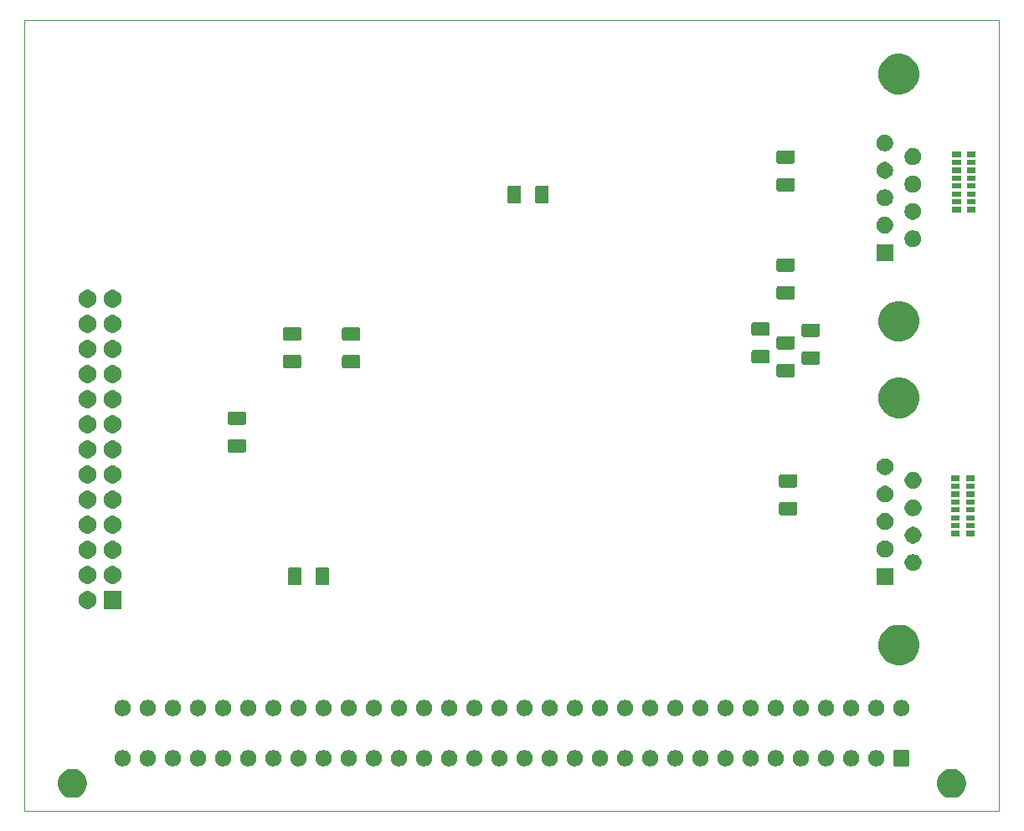
<source format=gbr>
G04 #@! TF.GenerationSoftware,KiCad,Pcbnew,5.1.5+dfsg1-2build2*
G04 #@! TF.CreationDate,2021-07-30T22:42:47+01:00*
G04 #@! TF.ProjectId,Printer+Sticks,5072696e-7465-4722-9b53-7469636b732e,rev?*
G04 #@! TF.SameCoordinates,Original*
G04 #@! TF.FileFunction,Soldermask,Bot*
G04 #@! TF.FilePolarity,Negative*
%FSLAX46Y46*%
G04 Gerber Fmt 4.6, Leading zero omitted, Abs format (unit mm)*
G04 Created by KiCad (PCBNEW 5.1.5+dfsg1-2build2) date 2021-07-30 22:42:47*
%MOMM*%
%LPD*%
G04 APERTURE LIST*
%ADD10C,0.050000*%
%ADD11C,0.100000*%
G04 APERTURE END LIST*
D10*
X155448000Y-109982000D02*
X155448000Y-189992000D01*
X56896000Y-109982000D02*
X155448000Y-109982000D01*
X56896000Y-189992000D02*
X56896000Y-109982000D01*
X155448000Y-189992000D02*
X56896000Y-189992000D01*
D11*
G36*
X151052532Y-185778721D02*
G01*
X151321147Y-185889985D01*
X151562895Y-186051516D01*
X151768484Y-186257105D01*
X151930015Y-186498853D01*
X152041279Y-186767468D01*
X152098000Y-187052625D01*
X152098000Y-187343375D01*
X152041279Y-187628532D01*
X151930015Y-187897147D01*
X151768484Y-188138895D01*
X151562895Y-188344484D01*
X151321147Y-188506015D01*
X151052532Y-188617279D01*
X150767375Y-188674000D01*
X150476625Y-188674000D01*
X150191468Y-188617279D01*
X149922853Y-188506015D01*
X149681105Y-188344484D01*
X149475516Y-188138895D01*
X149313985Y-187897147D01*
X149202721Y-187628532D01*
X149146000Y-187343375D01*
X149146000Y-187052625D01*
X149202721Y-186767468D01*
X149313985Y-186498853D01*
X149475516Y-186257105D01*
X149681105Y-186051516D01*
X149922853Y-185889985D01*
X150191468Y-185778721D01*
X150476625Y-185722000D01*
X150767375Y-185722000D01*
X151052532Y-185778721D01*
G37*
G36*
X62152532Y-185778721D02*
G01*
X62421147Y-185889985D01*
X62662895Y-186051516D01*
X62868484Y-186257105D01*
X63030015Y-186498853D01*
X63141279Y-186767468D01*
X63198000Y-187052625D01*
X63198000Y-187343375D01*
X63141279Y-187628532D01*
X63030015Y-187897147D01*
X62868484Y-188138895D01*
X62662895Y-188344484D01*
X62421147Y-188506015D01*
X62152532Y-188617279D01*
X61867375Y-188674000D01*
X61576625Y-188674000D01*
X61291468Y-188617279D01*
X61022853Y-188506015D01*
X60781105Y-188344484D01*
X60575516Y-188138895D01*
X60413985Y-187897147D01*
X60302721Y-187628532D01*
X60246000Y-187343375D01*
X60246000Y-187052625D01*
X60302721Y-186767468D01*
X60413985Y-186498853D01*
X60575516Y-186257105D01*
X60781105Y-186051516D01*
X61022853Y-185889985D01*
X61291468Y-185778721D01*
X61576625Y-185722000D01*
X61867375Y-185722000D01*
X62152532Y-185778721D01*
G37*
G36*
X79742935Y-183863742D02*
G01*
X79893258Y-183926008D01*
X80028545Y-184016404D01*
X80143596Y-184131455D01*
X80233992Y-184266742D01*
X80296258Y-184417065D01*
X80328000Y-184576646D01*
X80328000Y-184739354D01*
X80296258Y-184898935D01*
X80233992Y-185049258D01*
X80143596Y-185184545D01*
X80028545Y-185299596D01*
X79893258Y-185389992D01*
X79742935Y-185452258D01*
X79583354Y-185484000D01*
X79420646Y-185484000D01*
X79261065Y-185452258D01*
X79110742Y-185389992D01*
X78975455Y-185299596D01*
X78860404Y-185184545D01*
X78770008Y-185049258D01*
X78707742Y-184898935D01*
X78676000Y-184739354D01*
X78676000Y-184576646D01*
X78707742Y-184417065D01*
X78770008Y-184266742D01*
X78860404Y-184131455D01*
X78975455Y-184016404D01*
X79110742Y-183926008D01*
X79261065Y-183863742D01*
X79420646Y-183832000D01*
X79583354Y-183832000D01*
X79742935Y-183863742D01*
G37*
G36*
X100062935Y-183863742D02*
G01*
X100213258Y-183926008D01*
X100348545Y-184016404D01*
X100463596Y-184131455D01*
X100553992Y-184266742D01*
X100616258Y-184417065D01*
X100648000Y-184576646D01*
X100648000Y-184739354D01*
X100616258Y-184898935D01*
X100553992Y-185049258D01*
X100463596Y-185184545D01*
X100348545Y-185299596D01*
X100213258Y-185389992D01*
X100062935Y-185452258D01*
X99903354Y-185484000D01*
X99740646Y-185484000D01*
X99581065Y-185452258D01*
X99430742Y-185389992D01*
X99295455Y-185299596D01*
X99180404Y-185184545D01*
X99090008Y-185049258D01*
X99027742Y-184898935D01*
X98996000Y-184739354D01*
X98996000Y-184576646D01*
X99027742Y-184417065D01*
X99090008Y-184266742D01*
X99180404Y-184131455D01*
X99295455Y-184016404D01*
X99430742Y-183926008D01*
X99581065Y-183863742D01*
X99740646Y-183832000D01*
X99903354Y-183832000D01*
X100062935Y-183863742D01*
G37*
G36*
X97522935Y-183863742D02*
G01*
X97673258Y-183926008D01*
X97808545Y-184016404D01*
X97923596Y-184131455D01*
X98013992Y-184266742D01*
X98076258Y-184417065D01*
X98108000Y-184576646D01*
X98108000Y-184739354D01*
X98076258Y-184898935D01*
X98013992Y-185049258D01*
X97923596Y-185184545D01*
X97808545Y-185299596D01*
X97673258Y-185389992D01*
X97522935Y-185452258D01*
X97363354Y-185484000D01*
X97200646Y-185484000D01*
X97041065Y-185452258D01*
X96890742Y-185389992D01*
X96755455Y-185299596D01*
X96640404Y-185184545D01*
X96550008Y-185049258D01*
X96487742Y-184898935D01*
X96456000Y-184739354D01*
X96456000Y-184576646D01*
X96487742Y-184417065D01*
X96550008Y-184266742D01*
X96640404Y-184131455D01*
X96755455Y-184016404D01*
X96890742Y-183926008D01*
X97041065Y-183863742D01*
X97200646Y-183832000D01*
X97363354Y-183832000D01*
X97522935Y-183863742D01*
G37*
G36*
X94982935Y-183863742D02*
G01*
X95133258Y-183926008D01*
X95268545Y-184016404D01*
X95383596Y-184131455D01*
X95473992Y-184266742D01*
X95536258Y-184417065D01*
X95568000Y-184576646D01*
X95568000Y-184739354D01*
X95536258Y-184898935D01*
X95473992Y-185049258D01*
X95383596Y-185184545D01*
X95268545Y-185299596D01*
X95133258Y-185389992D01*
X94982935Y-185452258D01*
X94823354Y-185484000D01*
X94660646Y-185484000D01*
X94501065Y-185452258D01*
X94350742Y-185389992D01*
X94215455Y-185299596D01*
X94100404Y-185184545D01*
X94010008Y-185049258D01*
X93947742Y-184898935D01*
X93916000Y-184739354D01*
X93916000Y-184576646D01*
X93947742Y-184417065D01*
X94010008Y-184266742D01*
X94100404Y-184131455D01*
X94215455Y-184016404D01*
X94350742Y-183926008D01*
X94501065Y-183863742D01*
X94660646Y-183832000D01*
X94823354Y-183832000D01*
X94982935Y-183863742D01*
G37*
G36*
X92442935Y-183863742D02*
G01*
X92593258Y-183926008D01*
X92728545Y-184016404D01*
X92843596Y-184131455D01*
X92933992Y-184266742D01*
X92996258Y-184417065D01*
X93028000Y-184576646D01*
X93028000Y-184739354D01*
X92996258Y-184898935D01*
X92933992Y-185049258D01*
X92843596Y-185184545D01*
X92728545Y-185299596D01*
X92593258Y-185389992D01*
X92442935Y-185452258D01*
X92283354Y-185484000D01*
X92120646Y-185484000D01*
X91961065Y-185452258D01*
X91810742Y-185389992D01*
X91675455Y-185299596D01*
X91560404Y-185184545D01*
X91470008Y-185049258D01*
X91407742Y-184898935D01*
X91376000Y-184739354D01*
X91376000Y-184576646D01*
X91407742Y-184417065D01*
X91470008Y-184266742D01*
X91560404Y-184131455D01*
X91675455Y-184016404D01*
X91810742Y-183926008D01*
X91961065Y-183863742D01*
X92120646Y-183832000D01*
X92283354Y-183832000D01*
X92442935Y-183863742D01*
G37*
G36*
X89902935Y-183863742D02*
G01*
X90053258Y-183926008D01*
X90188545Y-184016404D01*
X90303596Y-184131455D01*
X90393992Y-184266742D01*
X90456258Y-184417065D01*
X90488000Y-184576646D01*
X90488000Y-184739354D01*
X90456258Y-184898935D01*
X90393992Y-185049258D01*
X90303596Y-185184545D01*
X90188545Y-185299596D01*
X90053258Y-185389992D01*
X89902935Y-185452258D01*
X89743354Y-185484000D01*
X89580646Y-185484000D01*
X89421065Y-185452258D01*
X89270742Y-185389992D01*
X89135455Y-185299596D01*
X89020404Y-185184545D01*
X88930008Y-185049258D01*
X88867742Y-184898935D01*
X88836000Y-184739354D01*
X88836000Y-184576646D01*
X88867742Y-184417065D01*
X88930008Y-184266742D01*
X89020404Y-184131455D01*
X89135455Y-184016404D01*
X89270742Y-183926008D01*
X89421065Y-183863742D01*
X89580646Y-183832000D01*
X89743354Y-183832000D01*
X89902935Y-183863742D01*
G37*
G36*
X87362935Y-183863742D02*
G01*
X87513258Y-183926008D01*
X87648545Y-184016404D01*
X87763596Y-184131455D01*
X87853992Y-184266742D01*
X87916258Y-184417065D01*
X87948000Y-184576646D01*
X87948000Y-184739354D01*
X87916258Y-184898935D01*
X87853992Y-185049258D01*
X87763596Y-185184545D01*
X87648545Y-185299596D01*
X87513258Y-185389992D01*
X87362935Y-185452258D01*
X87203354Y-185484000D01*
X87040646Y-185484000D01*
X86881065Y-185452258D01*
X86730742Y-185389992D01*
X86595455Y-185299596D01*
X86480404Y-185184545D01*
X86390008Y-185049258D01*
X86327742Y-184898935D01*
X86296000Y-184739354D01*
X86296000Y-184576646D01*
X86327742Y-184417065D01*
X86390008Y-184266742D01*
X86480404Y-184131455D01*
X86595455Y-184016404D01*
X86730742Y-183926008D01*
X86881065Y-183863742D01*
X87040646Y-183832000D01*
X87203354Y-183832000D01*
X87362935Y-183863742D01*
G37*
G36*
X84822935Y-183863742D02*
G01*
X84973258Y-183926008D01*
X85108545Y-184016404D01*
X85223596Y-184131455D01*
X85313992Y-184266742D01*
X85376258Y-184417065D01*
X85408000Y-184576646D01*
X85408000Y-184739354D01*
X85376258Y-184898935D01*
X85313992Y-185049258D01*
X85223596Y-185184545D01*
X85108545Y-185299596D01*
X84973258Y-185389992D01*
X84822935Y-185452258D01*
X84663354Y-185484000D01*
X84500646Y-185484000D01*
X84341065Y-185452258D01*
X84190742Y-185389992D01*
X84055455Y-185299596D01*
X83940404Y-185184545D01*
X83850008Y-185049258D01*
X83787742Y-184898935D01*
X83756000Y-184739354D01*
X83756000Y-184576646D01*
X83787742Y-184417065D01*
X83850008Y-184266742D01*
X83940404Y-184131455D01*
X84055455Y-184016404D01*
X84190742Y-183926008D01*
X84341065Y-183863742D01*
X84500646Y-183832000D01*
X84663354Y-183832000D01*
X84822935Y-183863742D01*
G37*
G36*
X82282935Y-183863742D02*
G01*
X82433258Y-183926008D01*
X82568545Y-184016404D01*
X82683596Y-184131455D01*
X82773992Y-184266742D01*
X82836258Y-184417065D01*
X82868000Y-184576646D01*
X82868000Y-184739354D01*
X82836258Y-184898935D01*
X82773992Y-185049258D01*
X82683596Y-185184545D01*
X82568545Y-185299596D01*
X82433258Y-185389992D01*
X82282935Y-185452258D01*
X82123354Y-185484000D01*
X81960646Y-185484000D01*
X81801065Y-185452258D01*
X81650742Y-185389992D01*
X81515455Y-185299596D01*
X81400404Y-185184545D01*
X81310008Y-185049258D01*
X81247742Y-184898935D01*
X81216000Y-184739354D01*
X81216000Y-184576646D01*
X81247742Y-184417065D01*
X81310008Y-184266742D01*
X81400404Y-184131455D01*
X81515455Y-184016404D01*
X81650742Y-183926008D01*
X81801065Y-183863742D01*
X81960646Y-183832000D01*
X82123354Y-183832000D01*
X82282935Y-183863742D01*
G37*
G36*
X143242935Y-183863742D02*
G01*
X143393258Y-183926008D01*
X143528545Y-184016404D01*
X143643596Y-184131455D01*
X143733992Y-184266742D01*
X143796258Y-184417065D01*
X143828000Y-184576646D01*
X143828000Y-184739354D01*
X143796258Y-184898935D01*
X143733992Y-185049258D01*
X143643596Y-185184545D01*
X143528545Y-185299596D01*
X143393258Y-185389992D01*
X143242935Y-185452258D01*
X143083354Y-185484000D01*
X142920646Y-185484000D01*
X142761065Y-185452258D01*
X142610742Y-185389992D01*
X142475455Y-185299596D01*
X142360404Y-185184545D01*
X142270008Y-185049258D01*
X142207742Y-184898935D01*
X142176000Y-184739354D01*
X142176000Y-184576646D01*
X142207742Y-184417065D01*
X142270008Y-184266742D01*
X142360404Y-184131455D01*
X142475455Y-184016404D01*
X142610742Y-183926008D01*
X142761065Y-183863742D01*
X142920646Y-183832000D01*
X143083354Y-183832000D01*
X143242935Y-183863742D01*
G37*
G36*
X77202935Y-183863742D02*
G01*
X77353258Y-183926008D01*
X77488545Y-184016404D01*
X77603596Y-184131455D01*
X77693992Y-184266742D01*
X77756258Y-184417065D01*
X77788000Y-184576646D01*
X77788000Y-184739354D01*
X77756258Y-184898935D01*
X77693992Y-185049258D01*
X77603596Y-185184545D01*
X77488545Y-185299596D01*
X77353258Y-185389992D01*
X77202935Y-185452258D01*
X77043354Y-185484000D01*
X76880646Y-185484000D01*
X76721065Y-185452258D01*
X76570742Y-185389992D01*
X76435455Y-185299596D01*
X76320404Y-185184545D01*
X76230008Y-185049258D01*
X76167742Y-184898935D01*
X76136000Y-184739354D01*
X76136000Y-184576646D01*
X76167742Y-184417065D01*
X76230008Y-184266742D01*
X76320404Y-184131455D01*
X76435455Y-184016404D01*
X76570742Y-183926008D01*
X76721065Y-183863742D01*
X76880646Y-183832000D01*
X77043354Y-183832000D01*
X77202935Y-183863742D01*
G37*
G36*
X74662935Y-183863742D02*
G01*
X74813258Y-183926008D01*
X74948545Y-184016404D01*
X75063596Y-184131455D01*
X75153992Y-184266742D01*
X75216258Y-184417065D01*
X75248000Y-184576646D01*
X75248000Y-184739354D01*
X75216258Y-184898935D01*
X75153992Y-185049258D01*
X75063596Y-185184545D01*
X74948545Y-185299596D01*
X74813258Y-185389992D01*
X74662935Y-185452258D01*
X74503354Y-185484000D01*
X74340646Y-185484000D01*
X74181065Y-185452258D01*
X74030742Y-185389992D01*
X73895455Y-185299596D01*
X73780404Y-185184545D01*
X73690008Y-185049258D01*
X73627742Y-184898935D01*
X73596000Y-184739354D01*
X73596000Y-184576646D01*
X73627742Y-184417065D01*
X73690008Y-184266742D01*
X73780404Y-184131455D01*
X73895455Y-184016404D01*
X74030742Y-183926008D01*
X74181065Y-183863742D01*
X74340646Y-183832000D01*
X74503354Y-183832000D01*
X74662935Y-183863742D01*
G37*
G36*
X72122935Y-183863742D02*
G01*
X72273258Y-183926008D01*
X72408545Y-184016404D01*
X72523596Y-184131455D01*
X72613992Y-184266742D01*
X72676258Y-184417065D01*
X72708000Y-184576646D01*
X72708000Y-184739354D01*
X72676258Y-184898935D01*
X72613992Y-185049258D01*
X72523596Y-185184545D01*
X72408545Y-185299596D01*
X72273258Y-185389992D01*
X72122935Y-185452258D01*
X71963354Y-185484000D01*
X71800646Y-185484000D01*
X71641065Y-185452258D01*
X71490742Y-185389992D01*
X71355455Y-185299596D01*
X71240404Y-185184545D01*
X71150008Y-185049258D01*
X71087742Y-184898935D01*
X71056000Y-184739354D01*
X71056000Y-184576646D01*
X71087742Y-184417065D01*
X71150008Y-184266742D01*
X71240404Y-184131455D01*
X71355455Y-184016404D01*
X71490742Y-183926008D01*
X71641065Y-183863742D01*
X71800646Y-183832000D01*
X71963354Y-183832000D01*
X72122935Y-183863742D01*
G37*
G36*
X69582935Y-183863742D02*
G01*
X69733258Y-183926008D01*
X69868545Y-184016404D01*
X69983596Y-184131455D01*
X70073992Y-184266742D01*
X70136258Y-184417065D01*
X70168000Y-184576646D01*
X70168000Y-184739354D01*
X70136258Y-184898935D01*
X70073992Y-185049258D01*
X69983596Y-185184545D01*
X69868545Y-185299596D01*
X69733258Y-185389992D01*
X69582935Y-185452258D01*
X69423354Y-185484000D01*
X69260646Y-185484000D01*
X69101065Y-185452258D01*
X68950742Y-185389992D01*
X68815455Y-185299596D01*
X68700404Y-185184545D01*
X68610008Y-185049258D01*
X68547742Y-184898935D01*
X68516000Y-184739354D01*
X68516000Y-184576646D01*
X68547742Y-184417065D01*
X68610008Y-184266742D01*
X68700404Y-184131455D01*
X68815455Y-184016404D01*
X68950742Y-183926008D01*
X69101065Y-183863742D01*
X69260646Y-183832000D01*
X69423354Y-183832000D01*
X69582935Y-183863742D01*
G37*
G36*
X67042935Y-183863742D02*
G01*
X67193258Y-183926008D01*
X67328545Y-184016404D01*
X67443596Y-184131455D01*
X67533992Y-184266742D01*
X67596258Y-184417065D01*
X67628000Y-184576646D01*
X67628000Y-184739354D01*
X67596258Y-184898935D01*
X67533992Y-185049258D01*
X67443596Y-185184545D01*
X67328545Y-185299596D01*
X67193258Y-185389992D01*
X67042935Y-185452258D01*
X66883354Y-185484000D01*
X66720646Y-185484000D01*
X66561065Y-185452258D01*
X66410742Y-185389992D01*
X66275455Y-185299596D01*
X66160404Y-185184545D01*
X66070008Y-185049258D01*
X66007742Y-184898935D01*
X65976000Y-184739354D01*
X65976000Y-184576646D01*
X66007742Y-184417065D01*
X66070008Y-184266742D01*
X66160404Y-184131455D01*
X66275455Y-184016404D01*
X66410742Y-183926008D01*
X66561065Y-183863742D01*
X66720646Y-183832000D01*
X66883354Y-183832000D01*
X67042935Y-183863742D01*
G37*
G36*
X146221568Y-183836086D02*
G01*
X146255560Y-183846397D01*
X146286877Y-183863137D01*
X146314332Y-183885668D01*
X146336863Y-183913123D01*
X146353603Y-183944440D01*
X146363914Y-183978432D01*
X146368000Y-184019915D01*
X146368000Y-185296085D01*
X146363914Y-185337568D01*
X146353603Y-185371560D01*
X146336863Y-185402877D01*
X146314332Y-185430332D01*
X146286877Y-185452863D01*
X146255560Y-185469603D01*
X146221568Y-185479914D01*
X146180085Y-185484000D01*
X144903915Y-185484000D01*
X144862432Y-185479914D01*
X144828440Y-185469603D01*
X144797123Y-185452863D01*
X144769668Y-185430332D01*
X144747137Y-185402877D01*
X144730397Y-185371560D01*
X144720086Y-185337568D01*
X144716000Y-185296085D01*
X144716000Y-184019915D01*
X144720086Y-183978432D01*
X144730397Y-183944440D01*
X144747137Y-183913123D01*
X144769668Y-183885668D01*
X144797123Y-183863137D01*
X144828440Y-183846397D01*
X144862432Y-183836086D01*
X144903915Y-183832000D01*
X146180085Y-183832000D01*
X146221568Y-183836086D01*
G37*
G36*
X105142935Y-183863742D02*
G01*
X105293258Y-183926008D01*
X105428545Y-184016404D01*
X105543596Y-184131455D01*
X105633992Y-184266742D01*
X105696258Y-184417065D01*
X105728000Y-184576646D01*
X105728000Y-184739354D01*
X105696258Y-184898935D01*
X105633992Y-185049258D01*
X105543596Y-185184545D01*
X105428545Y-185299596D01*
X105293258Y-185389992D01*
X105142935Y-185452258D01*
X104983354Y-185484000D01*
X104820646Y-185484000D01*
X104661065Y-185452258D01*
X104510742Y-185389992D01*
X104375455Y-185299596D01*
X104260404Y-185184545D01*
X104170008Y-185049258D01*
X104107742Y-184898935D01*
X104076000Y-184739354D01*
X104076000Y-184576646D01*
X104107742Y-184417065D01*
X104170008Y-184266742D01*
X104260404Y-184131455D01*
X104375455Y-184016404D01*
X104510742Y-183926008D01*
X104661065Y-183863742D01*
X104820646Y-183832000D01*
X104983354Y-183832000D01*
X105142935Y-183863742D01*
G37*
G36*
X107682935Y-183863742D02*
G01*
X107833258Y-183926008D01*
X107968545Y-184016404D01*
X108083596Y-184131455D01*
X108173992Y-184266742D01*
X108236258Y-184417065D01*
X108268000Y-184576646D01*
X108268000Y-184739354D01*
X108236258Y-184898935D01*
X108173992Y-185049258D01*
X108083596Y-185184545D01*
X107968545Y-185299596D01*
X107833258Y-185389992D01*
X107682935Y-185452258D01*
X107523354Y-185484000D01*
X107360646Y-185484000D01*
X107201065Y-185452258D01*
X107050742Y-185389992D01*
X106915455Y-185299596D01*
X106800404Y-185184545D01*
X106710008Y-185049258D01*
X106647742Y-184898935D01*
X106616000Y-184739354D01*
X106616000Y-184576646D01*
X106647742Y-184417065D01*
X106710008Y-184266742D01*
X106800404Y-184131455D01*
X106915455Y-184016404D01*
X107050742Y-183926008D01*
X107201065Y-183863742D01*
X107360646Y-183832000D01*
X107523354Y-183832000D01*
X107682935Y-183863742D01*
G37*
G36*
X102602935Y-183863742D02*
G01*
X102753258Y-183926008D01*
X102888545Y-184016404D01*
X103003596Y-184131455D01*
X103093992Y-184266742D01*
X103156258Y-184417065D01*
X103188000Y-184576646D01*
X103188000Y-184739354D01*
X103156258Y-184898935D01*
X103093992Y-185049258D01*
X103003596Y-185184545D01*
X102888545Y-185299596D01*
X102753258Y-185389992D01*
X102602935Y-185452258D01*
X102443354Y-185484000D01*
X102280646Y-185484000D01*
X102121065Y-185452258D01*
X101970742Y-185389992D01*
X101835455Y-185299596D01*
X101720404Y-185184545D01*
X101630008Y-185049258D01*
X101567742Y-184898935D01*
X101536000Y-184739354D01*
X101536000Y-184576646D01*
X101567742Y-184417065D01*
X101630008Y-184266742D01*
X101720404Y-184131455D01*
X101835455Y-184016404D01*
X101970742Y-183926008D01*
X102121065Y-183863742D01*
X102280646Y-183832000D01*
X102443354Y-183832000D01*
X102602935Y-183863742D01*
G37*
G36*
X140702935Y-183863742D02*
G01*
X140853258Y-183926008D01*
X140988545Y-184016404D01*
X141103596Y-184131455D01*
X141193992Y-184266742D01*
X141256258Y-184417065D01*
X141288000Y-184576646D01*
X141288000Y-184739354D01*
X141256258Y-184898935D01*
X141193992Y-185049258D01*
X141103596Y-185184545D01*
X140988545Y-185299596D01*
X140853258Y-185389992D01*
X140702935Y-185452258D01*
X140543354Y-185484000D01*
X140380646Y-185484000D01*
X140221065Y-185452258D01*
X140070742Y-185389992D01*
X139935455Y-185299596D01*
X139820404Y-185184545D01*
X139730008Y-185049258D01*
X139667742Y-184898935D01*
X139636000Y-184739354D01*
X139636000Y-184576646D01*
X139667742Y-184417065D01*
X139730008Y-184266742D01*
X139820404Y-184131455D01*
X139935455Y-184016404D01*
X140070742Y-183926008D01*
X140221065Y-183863742D01*
X140380646Y-183832000D01*
X140543354Y-183832000D01*
X140702935Y-183863742D01*
G37*
G36*
X138162935Y-183863742D02*
G01*
X138313258Y-183926008D01*
X138448545Y-184016404D01*
X138563596Y-184131455D01*
X138653992Y-184266742D01*
X138716258Y-184417065D01*
X138748000Y-184576646D01*
X138748000Y-184739354D01*
X138716258Y-184898935D01*
X138653992Y-185049258D01*
X138563596Y-185184545D01*
X138448545Y-185299596D01*
X138313258Y-185389992D01*
X138162935Y-185452258D01*
X138003354Y-185484000D01*
X137840646Y-185484000D01*
X137681065Y-185452258D01*
X137530742Y-185389992D01*
X137395455Y-185299596D01*
X137280404Y-185184545D01*
X137190008Y-185049258D01*
X137127742Y-184898935D01*
X137096000Y-184739354D01*
X137096000Y-184576646D01*
X137127742Y-184417065D01*
X137190008Y-184266742D01*
X137280404Y-184131455D01*
X137395455Y-184016404D01*
X137530742Y-183926008D01*
X137681065Y-183863742D01*
X137840646Y-183832000D01*
X138003354Y-183832000D01*
X138162935Y-183863742D01*
G37*
G36*
X135622935Y-183863742D02*
G01*
X135773258Y-183926008D01*
X135908545Y-184016404D01*
X136023596Y-184131455D01*
X136113992Y-184266742D01*
X136176258Y-184417065D01*
X136208000Y-184576646D01*
X136208000Y-184739354D01*
X136176258Y-184898935D01*
X136113992Y-185049258D01*
X136023596Y-185184545D01*
X135908545Y-185299596D01*
X135773258Y-185389992D01*
X135622935Y-185452258D01*
X135463354Y-185484000D01*
X135300646Y-185484000D01*
X135141065Y-185452258D01*
X134990742Y-185389992D01*
X134855455Y-185299596D01*
X134740404Y-185184545D01*
X134650008Y-185049258D01*
X134587742Y-184898935D01*
X134556000Y-184739354D01*
X134556000Y-184576646D01*
X134587742Y-184417065D01*
X134650008Y-184266742D01*
X134740404Y-184131455D01*
X134855455Y-184016404D01*
X134990742Y-183926008D01*
X135141065Y-183863742D01*
X135300646Y-183832000D01*
X135463354Y-183832000D01*
X135622935Y-183863742D01*
G37*
G36*
X133082935Y-183863742D02*
G01*
X133233258Y-183926008D01*
X133368545Y-184016404D01*
X133483596Y-184131455D01*
X133573992Y-184266742D01*
X133636258Y-184417065D01*
X133668000Y-184576646D01*
X133668000Y-184739354D01*
X133636258Y-184898935D01*
X133573992Y-185049258D01*
X133483596Y-185184545D01*
X133368545Y-185299596D01*
X133233258Y-185389992D01*
X133082935Y-185452258D01*
X132923354Y-185484000D01*
X132760646Y-185484000D01*
X132601065Y-185452258D01*
X132450742Y-185389992D01*
X132315455Y-185299596D01*
X132200404Y-185184545D01*
X132110008Y-185049258D01*
X132047742Y-184898935D01*
X132016000Y-184739354D01*
X132016000Y-184576646D01*
X132047742Y-184417065D01*
X132110008Y-184266742D01*
X132200404Y-184131455D01*
X132315455Y-184016404D01*
X132450742Y-183926008D01*
X132601065Y-183863742D01*
X132760646Y-183832000D01*
X132923354Y-183832000D01*
X133082935Y-183863742D01*
G37*
G36*
X130542935Y-183863742D02*
G01*
X130693258Y-183926008D01*
X130828545Y-184016404D01*
X130943596Y-184131455D01*
X131033992Y-184266742D01*
X131096258Y-184417065D01*
X131128000Y-184576646D01*
X131128000Y-184739354D01*
X131096258Y-184898935D01*
X131033992Y-185049258D01*
X130943596Y-185184545D01*
X130828545Y-185299596D01*
X130693258Y-185389992D01*
X130542935Y-185452258D01*
X130383354Y-185484000D01*
X130220646Y-185484000D01*
X130061065Y-185452258D01*
X129910742Y-185389992D01*
X129775455Y-185299596D01*
X129660404Y-185184545D01*
X129570008Y-185049258D01*
X129507742Y-184898935D01*
X129476000Y-184739354D01*
X129476000Y-184576646D01*
X129507742Y-184417065D01*
X129570008Y-184266742D01*
X129660404Y-184131455D01*
X129775455Y-184016404D01*
X129910742Y-183926008D01*
X130061065Y-183863742D01*
X130220646Y-183832000D01*
X130383354Y-183832000D01*
X130542935Y-183863742D01*
G37*
G36*
X128002935Y-183863742D02*
G01*
X128153258Y-183926008D01*
X128288545Y-184016404D01*
X128403596Y-184131455D01*
X128493992Y-184266742D01*
X128556258Y-184417065D01*
X128588000Y-184576646D01*
X128588000Y-184739354D01*
X128556258Y-184898935D01*
X128493992Y-185049258D01*
X128403596Y-185184545D01*
X128288545Y-185299596D01*
X128153258Y-185389992D01*
X128002935Y-185452258D01*
X127843354Y-185484000D01*
X127680646Y-185484000D01*
X127521065Y-185452258D01*
X127370742Y-185389992D01*
X127235455Y-185299596D01*
X127120404Y-185184545D01*
X127030008Y-185049258D01*
X126967742Y-184898935D01*
X126936000Y-184739354D01*
X126936000Y-184576646D01*
X126967742Y-184417065D01*
X127030008Y-184266742D01*
X127120404Y-184131455D01*
X127235455Y-184016404D01*
X127370742Y-183926008D01*
X127521065Y-183863742D01*
X127680646Y-183832000D01*
X127843354Y-183832000D01*
X128002935Y-183863742D01*
G37*
G36*
X125462935Y-183863742D02*
G01*
X125613258Y-183926008D01*
X125748545Y-184016404D01*
X125863596Y-184131455D01*
X125953992Y-184266742D01*
X126016258Y-184417065D01*
X126048000Y-184576646D01*
X126048000Y-184739354D01*
X126016258Y-184898935D01*
X125953992Y-185049258D01*
X125863596Y-185184545D01*
X125748545Y-185299596D01*
X125613258Y-185389992D01*
X125462935Y-185452258D01*
X125303354Y-185484000D01*
X125140646Y-185484000D01*
X124981065Y-185452258D01*
X124830742Y-185389992D01*
X124695455Y-185299596D01*
X124580404Y-185184545D01*
X124490008Y-185049258D01*
X124427742Y-184898935D01*
X124396000Y-184739354D01*
X124396000Y-184576646D01*
X124427742Y-184417065D01*
X124490008Y-184266742D01*
X124580404Y-184131455D01*
X124695455Y-184016404D01*
X124830742Y-183926008D01*
X124981065Y-183863742D01*
X125140646Y-183832000D01*
X125303354Y-183832000D01*
X125462935Y-183863742D01*
G37*
G36*
X122922935Y-183863742D02*
G01*
X123073258Y-183926008D01*
X123208545Y-184016404D01*
X123323596Y-184131455D01*
X123413992Y-184266742D01*
X123476258Y-184417065D01*
X123508000Y-184576646D01*
X123508000Y-184739354D01*
X123476258Y-184898935D01*
X123413992Y-185049258D01*
X123323596Y-185184545D01*
X123208545Y-185299596D01*
X123073258Y-185389992D01*
X122922935Y-185452258D01*
X122763354Y-185484000D01*
X122600646Y-185484000D01*
X122441065Y-185452258D01*
X122290742Y-185389992D01*
X122155455Y-185299596D01*
X122040404Y-185184545D01*
X121950008Y-185049258D01*
X121887742Y-184898935D01*
X121856000Y-184739354D01*
X121856000Y-184576646D01*
X121887742Y-184417065D01*
X121950008Y-184266742D01*
X122040404Y-184131455D01*
X122155455Y-184016404D01*
X122290742Y-183926008D01*
X122441065Y-183863742D01*
X122600646Y-183832000D01*
X122763354Y-183832000D01*
X122922935Y-183863742D01*
G37*
G36*
X120382935Y-183863742D02*
G01*
X120533258Y-183926008D01*
X120668545Y-184016404D01*
X120783596Y-184131455D01*
X120873992Y-184266742D01*
X120936258Y-184417065D01*
X120968000Y-184576646D01*
X120968000Y-184739354D01*
X120936258Y-184898935D01*
X120873992Y-185049258D01*
X120783596Y-185184545D01*
X120668545Y-185299596D01*
X120533258Y-185389992D01*
X120382935Y-185452258D01*
X120223354Y-185484000D01*
X120060646Y-185484000D01*
X119901065Y-185452258D01*
X119750742Y-185389992D01*
X119615455Y-185299596D01*
X119500404Y-185184545D01*
X119410008Y-185049258D01*
X119347742Y-184898935D01*
X119316000Y-184739354D01*
X119316000Y-184576646D01*
X119347742Y-184417065D01*
X119410008Y-184266742D01*
X119500404Y-184131455D01*
X119615455Y-184016404D01*
X119750742Y-183926008D01*
X119901065Y-183863742D01*
X120060646Y-183832000D01*
X120223354Y-183832000D01*
X120382935Y-183863742D01*
G37*
G36*
X117842935Y-183863742D02*
G01*
X117993258Y-183926008D01*
X118128545Y-184016404D01*
X118243596Y-184131455D01*
X118333992Y-184266742D01*
X118396258Y-184417065D01*
X118428000Y-184576646D01*
X118428000Y-184739354D01*
X118396258Y-184898935D01*
X118333992Y-185049258D01*
X118243596Y-185184545D01*
X118128545Y-185299596D01*
X117993258Y-185389992D01*
X117842935Y-185452258D01*
X117683354Y-185484000D01*
X117520646Y-185484000D01*
X117361065Y-185452258D01*
X117210742Y-185389992D01*
X117075455Y-185299596D01*
X116960404Y-185184545D01*
X116870008Y-185049258D01*
X116807742Y-184898935D01*
X116776000Y-184739354D01*
X116776000Y-184576646D01*
X116807742Y-184417065D01*
X116870008Y-184266742D01*
X116960404Y-184131455D01*
X117075455Y-184016404D01*
X117210742Y-183926008D01*
X117361065Y-183863742D01*
X117520646Y-183832000D01*
X117683354Y-183832000D01*
X117842935Y-183863742D01*
G37*
G36*
X115302935Y-183863742D02*
G01*
X115453258Y-183926008D01*
X115588545Y-184016404D01*
X115703596Y-184131455D01*
X115793992Y-184266742D01*
X115856258Y-184417065D01*
X115888000Y-184576646D01*
X115888000Y-184739354D01*
X115856258Y-184898935D01*
X115793992Y-185049258D01*
X115703596Y-185184545D01*
X115588545Y-185299596D01*
X115453258Y-185389992D01*
X115302935Y-185452258D01*
X115143354Y-185484000D01*
X114980646Y-185484000D01*
X114821065Y-185452258D01*
X114670742Y-185389992D01*
X114535455Y-185299596D01*
X114420404Y-185184545D01*
X114330008Y-185049258D01*
X114267742Y-184898935D01*
X114236000Y-184739354D01*
X114236000Y-184576646D01*
X114267742Y-184417065D01*
X114330008Y-184266742D01*
X114420404Y-184131455D01*
X114535455Y-184016404D01*
X114670742Y-183926008D01*
X114821065Y-183863742D01*
X114980646Y-183832000D01*
X115143354Y-183832000D01*
X115302935Y-183863742D01*
G37*
G36*
X112762935Y-183863742D02*
G01*
X112913258Y-183926008D01*
X113048545Y-184016404D01*
X113163596Y-184131455D01*
X113253992Y-184266742D01*
X113316258Y-184417065D01*
X113348000Y-184576646D01*
X113348000Y-184739354D01*
X113316258Y-184898935D01*
X113253992Y-185049258D01*
X113163596Y-185184545D01*
X113048545Y-185299596D01*
X112913258Y-185389992D01*
X112762935Y-185452258D01*
X112603354Y-185484000D01*
X112440646Y-185484000D01*
X112281065Y-185452258D01*
X112130742Y-185389992D01*
X111995455Y-185299596D01*
X111880404Y-185184545D01*
X111790008Y-185049258D01*
X111727742Y-184898935D01*
X111696000Y-184739354D01*
X111696000Y-184576646D01*
X111727742Y-184417065D01*
X111790008Y-184266742D01*
X111880404Y-184131455D01*
X111995455Y-184016404D01*
X112130742Y-183926008D01*
X112281065Y-183863742D01*
X112440646Y-183832000D01*
X112603354Y-183832000D01*
X112762935Y-183863742D01*
G37*
G36*
X110222935Y-183863742D02*
G01*
X110373258Y-183926008D01*
X110508545Y-184016404D01*
X110623596Y-184131455D01*
X110713992Y-184266742D01*
X110776258Y-184417065D01*
X110808000Y-184576646D01*
X110808000Y-184739354D01*
X110776258Y-184898935D01*
X110713992Y-185049258D01*
X110623596Y-185184545D01*
X110508545Y-185299596D01*
X110373258Y-185389992D01*
X110222935Y-185452258D01*
X110063354Y-185484000D01*
X109900646Y-185484000D01*
X109741065Y-185452258D01*
X109590742Y-185389992D01*
X109455455Y-185299596D01*
X109340404Y-185184545D01*
X109250008Y-185049258D01*
X109187742Y-184898935D01*
X109156000Y-184739354D01*
X109156000Y-184576646D01*
X109187742Y-184417065D01*
X109250008Y-184266742D01*
X109340404Y-184131455D01*
X109455455Y-184016404D01*
X109590742Y-183926008D01*
X109741065Y-183863742D01*
X109900646Y-183832000D01*
X110063354Y-183832000D01*
X110222935Y-183863742D01*
G37*
G36*
X110222935Y-178783742D02*
G01*
X110373258Y-178846008D01*
X110508545Y-178936404D01*
X110623596Y-179051455D01*
X110713992Y-179186742D01*
X110776258Y-179337065D01*
X110808000Y-179496646D01*
X110808000Y-179659354D01*
X110776258Y-179818935D01*
X110713992Y-179969258D01*
X110623596Y-180104545D01*
X110508545Y-180219596D01*
X110373258Y-180309992D01*
X110222935Y-180372258D01*
X110063354Y-180404000D01*
X109900646Y-180404000D01*
X109741065Y-180372258D01*
X109590742Y-180309992D01*
X109455455Y-180219596D01*
X109340404Y-180104545D01*
X109250008Y-179969258D01*
X109187742Y-179818935D01*
X109156000Y-179659354D01*
X109156000Y-179496646D01*
X109187742Y-179337065D01*
X109250008Y-179186742D01*
X109340404Y-179051455D01*
X109455455Y-178936404D01*
X109590742Y-178846008D01*
X109741065Y-178783742D01*
X109900646Y-178752000D01*
X110063354Y-178752000D01*
X110222935Y-178783742D01*
G37*
G36*
X112762935Y-178783742D02*
G01*
X112913258Y-178846008D01*
X113048545Y-178936404D01*
X113163596Y-179051455D01*
X113253992Y-179186742D01*
X113316258Y-179337065D01*
X113348000Y-179496646D01*
X113348000Y-179659354D01*
X113316258Y-179818935D01*
X113253992Y-179969258D01*
X113163596Y-180104545D01*
X113048545Y-180219596D01*
X112913258Y-180309992D01*
X112762935Y-180372258D01*
X112603354Y-180404000D01*
X112440646Y-180404000D01*
X112281065Y-180372258D01*
X112130742Y-180309992D01*
X111995455Y-180219596D01*
X111880404Y-180104545D01*
X111790008Y-179969258D01*
X111727742Y-179818935D01*
X111696000Y-179659354D01*
X111696000Y-179496646D01*
X111727742Y-179337065D01*
X111790008Y-179186742D01*
X111880404Y-179051455D01*
X111995455Y-178936404D01*
X112130742Y-178846008D01*
X112281065Y-178783742D01*
X112440646Y-178752000D01*
X112603354Y-178752000D01*
X112762935Y-178783742D01*
G37*
G36*
X115302935Y-178783742D02*
G01*
X115453258Y-178846008D01*
X115588545Y-178936404D01*
X115703596Y-179051455D01*
X115793992Y-179186742D01*
X115856258Y-179337065D01*
X115888000Y-179496646D01*
X115888000Y-179659354D01*
X115856258Y-179818935D01*
X115793992Y-179969258D01*
X115703596Y-180104545D01*
X115588545Y-180219596D01*
X115453258Y-180309992D01*
X115302935Y-180372258D01*
X115143354Y-180404000D01*
X114980646Y-180404000D01*
X114821065Y-180372258D01*
X114670742Y-180309992D01*
X114535455Y-180219596D01*
X114420404Y-180104545D01*
X114330008Y-179969258D01*
X114267742Y-179818935D01*
X114236000Y-179659354D01*
X114236000Y-179496646D01*
X114267742Y-179337065D01*
X114330008Y-179186742D01*
X114420404Y-179051455D01*
X114535455Y-178936404D01*
X114670742Y-178846008D01*
X114821065Y-178783742D01*
X114980646Y-178752000D01*
X115143354Y-178752000D01*
X115302935Y-178783742D01*
G37*
G36*
X117842935Y-178783742D02*
G01*
X117993258Y-178846008D01*
X118128545Y-178936404D01*
X118243596Y-179051455D01*
X118333992Y-179186742D01*
X118396258Y-179337065D01*
X118428000Y-179496646D01*
X118428000Y-179659354D01*
X118396258Y-179818935D01*
X118333992Y-179969258D01*
X118243596Y-180104545D01*
X118128545Y-180219596D01*
X117993258Y-180309992D01*
X117842935Y-180372258D01*
X117683354Y-180404000D01*
X117520646Y-180404000D01*
X117361065Y-180372258D01*
X117210742Y-180309992D01*
X117075455Y-180219596D01*
X116960404Y-180104545D01*
X116870008Y-179969258D01*
X116807742Y-179818935D01*
X116776000Y-179659354D01*
X116776000Y-179496646D01*
X116807742Y-179337065D01*
X116870008Y-179186742D01*
X116960404Y-179051455D01*
X117075455Y-178936404D01*
X117210742Y-178846008D01*
X117361065Y-178783742D01*
X117520646Y-178752000D01*
X117683354Y-178752000D01*
X117842935Y-178783742D01*
G37*
G36*
X120382935Y-178783742D02*
G01*
X120533258Y-178846008D01*
X120668545Y-178936404D01*
X120783596Y-179051455D01*
X120873992Y-179186742D01*
X120936258Y-179337065D01*
X120968000Y-179496646D01*
X120968000Y-179659354D01*
X120936258Y-179818935D01*
X120873992Y-179969258D01*
X120783596Y-180104545D01*
X120668545Y-180219596D01*
X120533258Y-180309992D01*
X120382935Y-180372258D01*
X120223354Y-180404000D01*
X120060646Y-180404000D01*
X119901065Y-180372258D01*
X119750742Y-180309992D01*
X119615455Y-180219596D01*
X119500404Y-180104545D01*
X119410008Y-179969258D01*
X119347742Y-179818935D01*
X119316000Y-179659354D01*
X119316000Y-179496646D01*
X119347742Y-179337065D01*
X119410008Y-179186742D01*
X119500404Y-179051455D01*
X119615455Y-178936404D01*
X119750742Y-178846008D01*
X119901065Y-178783742D01*
X120060646Y-178752000D01*
X120223354Y-178752000D01*
X120382935Y-178783742D01*
G37*
G36*
X122922935Y-178783742D02*
G01*
X123073258Y-178846008D01*
X123208545Y-178936404D01*
X123323596Y-179051455D01*
X123413992Y-179186742D01*
X123476258Y-179337065D01*
X123508000Y-179496646D01*
X123508000Y-179659354D01*
X123476258Y-179818935D01*
X123413992Y-179969258D01*
X123323596Y-180104545D01*
X123208545Y-180219596D01*
X123073258Y-180309992D01*
X122922935Y-180372258D01*
X122763354Y-180404000D01*
X122600646Y-180404000D01*
X122441065Y-180372258D01*
X122290742Y-180309992D01*
X122155455Y-180219596D01*
X122040404Y-180104545D01*
X121950008Y-179969258D01*
X121887742Y-179818935D01*
X121856000Y-179659354D01*
X121856000Y-179496646D01*
X121887742Y-179337065D01*
X121950008Y-179186742D01*
X122040404Y-179051455D01*
X122155455Y-178936404D01*
X122290742Y-178846008D01*
X122441065Y-178783742D01*
X122600646Y-178752000D01*
X122763354Y-178752000D01*
X122922935Y-178783742D01*
G37*
G36*
X82282935Y-178783742D02*
G01*
X82433258Y-178846008D01*
X82568545Y-178936404D01*
X82683596Y-179051455D01*
X82773992Y-179186742D01*
X82836258Y-179337065D01*
X82868000Y-179496646D01*
X82868000Y-179659354D01*
X82836258Y-179818935D01*
X82773992Y-179969258D01*
X82683596Y-180104545D01*
X82568545Y-180219596D01*
X82433258Y-180309992D01*
X82282935Y-180372258D01*
X82123354Y-180404000D01*
X81960646Y-180404000D01*
X81801065Y-180372258D01*
X81650742Y-180309992D01*
X81515455Y-180219596D01*
X81400404Y-180104545D01*
X81310008Y-179969258D01*
X81247742Y-179818935D01*
X81216000Y-179659354D01*
X81216000Y-179496646D01*
X81247742Y-179337065D01*
X81310008Y-179186742D01*
X81400404Y-179051455D01*
X81515455Y-178936404D01*
X81650742Y-178846008D01*
X81801065Y-178783742D01*
X81960646Y-178752000D01*
X82123354Y-178752000D01*
X82282935Y-178783742D01*
G37*
G36*
X125462935Y-178783742D02*
G01*
X125613258Y-178846008D01*
X125748545Y-178936404D01*
X125863596Y-179051455D01*
X125953992Y-179186742D01*
X126016258Y-179337065D01*
X126048000Y-179496646D01*
X126048000Y-179659354D01*
X126016258Y-179818935D01*
X125953992Y-179969258D01*
X125863596Y-180104545D01*
X125748545Y-180219596D01*
X125613258Y-180309992D01*
X125462935Y-180372258D01*
X125303354Y-180404000D01*
X125140646Y-180404000D01*
X124981065Y-180372258D01*
X124830742Y-180309992D01*
X124695455Y-180219596D01*
X124580404Y-180104545D01*
X124490008Y-179969258D01*
X124427742Y-179818935D01*
X124396000Y-179659354D01*
X124396000Y-179496646D01*
X124427742Y-179337065D01*
X124490008Y-179186742D01*
X124580404Y-179051455D01*
X124695455Y-178936404D01*
X124830742Y-178846008D01*
X124981065Y-178783742D01*
X125140646Y-178752000D01*
X125303354Y-178752000D01*
X125462935Y-178783742D01*
G37*
G36*
X128002935Y-178783742D02*
G01*
X128153258Y-178846008D01*
X128288545Y-178936404D01*
X128403596Y-179051455D01*
X128493992Y-179186742D01*
X128556258Y-179337065D01*
X128588000Y-179496646D01*
X128588000Y-179659354D01*
X128556258Y-179818935D01*
X128493992Y-179969258D01*
X128403596Y-180104545D01*
X128288545Y-180219596D01*
X128153258Y-180309992D01*
X128002935Y-180372258D01*
X127843354Y-180404000D01*
X127680646Y-180404000D01*
X127521065Y-180372258D01*
X127370742Y-180309992D01*
X127235455Y-180219596D01*
X127120404Y-180104545D01*
X127030008Y-179969258D01*
X126967742Y-179818935D01*
X126936000Y-179659354D01*
X126936000Y-179496646D01*
X126967742Y-179337065D01*
X127030008Y-179186742D01*
X127120404Y-179051455D01*
X127235455Y-178936404D01*
X127370742Y-178846008D01*
X127521065Y-178783742D01*
X127680646Y-178752000D01*
X127843354Y-178752000D01*
X128002935Y-178783742D01*
G37*
G36*
X130542935Y-178783742D02*
G01*
X130693258Y-178846008D01*
X130828545Y-178936404D01*
X130943596Y-179051455D01*
X131033992Y-179186742D01*
X131096258Y-179337065D01*
X131128000Y-179496646D01*
X131128000Y-179659354D01*
X131096258Y-179818935D01*
X131033992Y-179969258D01*
X130943596Y-180104545D01*
X130828545Y-180219596D01*
X130693258Y-180309992D01*
X130542935Y-180372258D01*
X130383354Y-180404000D01*
X130220646Y-180404000D01*
X130061065Y-180372258D01*
X129910742Y-180309992D01*
X129775455Y-180219596D01*
X129660404Y-180104545D01*
X129570008Y-179969258D01*
X129507742Y-179818935D01*
X129476000Y-179659354D01*
X129476000Y-179496646D01*
X129507742Y-179337065D01*
X129570008Y-179186742D01*
X129660404Y-179051455D01*
X129775455Y-178936404D01*
X129910742Y-178846008D01*
X130061065Y-178783742D01*
X130220646Y-178752000D01*
X130383354Y-178752000D01*
X130542935Y-178783742D01*
G37*
G36*
X133082935Y-178783742D02*
G01*
X133233258Y-178846008D01*
X133368545Y-178936404D01*
X133483596Y-179051455D01*
X133573992Y-179186742D01*
X133636258Y-179337065D01*
X133668000Y-179496646D01*
X133668000Y-179659354D01*
X133636258Y-179818935D01*
X133573992Y-179969258D01*
X133483596Y-180104545D01*
X133368545Y-180219596D01*
X133233258Y-180309992D01*
X133082935Y-180372258D01*
X132923354Y-180404000D01*
X132760646Y-180404000D01*
X132601065Y-180372258D01*
X132450742Y-180309992D01*
X132315455Y-180219596D01*
X132200404Y-180104545D01*
X132110008Y-179969258D01*
X132047742Y-179818935D01*
X132016000Y-179659354D01*
X132016000Y-179496646D01*
X132047742Y-179337065D01*
X132110008Y-179186742D01*
X132200404Y-179051455D01*
X132315455Y-178936404D01*
X132450742Y-178846008D01*
X132601065Y-178783742D01*
X132760646Y-178752000D01*
X132923354Y-178752000D01*
X133082935Y-178783742D01*
G37*
G36*
X135622935Y-178783742D02*
G01*
X135773258Y-178846008D01*
X135908545Y-178936404D01*
X136023596Y-179051455D01*
X136113992Y-179186742D01*
X136176258Y-179337065D01*
X136208000Y-179496646D01*
X136208000Y-179659354D01*
X136176258Y-179818935D01*
X136113992Y-179969258D01*
X136023596Y-180104545D01*
X135908545Y-180219596D01*
X135773258Y-180309992D01*
X135622935Y-180372258D01*
X135463354Y-180404000D01*
X135300646Y-180404000D01*
X135141065Y-180372258D01*
X134990742Y-180309992D01*
X134855455Y-180219596D01*
X134740404Y-180104545D01*
X134650008Y-179969258D01*
X134587742Y-179818935D01*
X134556000Y-179659354D01*
X134556000Y-179496646D01*
X134587742Y-179337065D01*
X134650008Y-179186742D01*
X134740404Y-179051455D01*
X134855455Y-178936404D01*
X134990742Y-178846008D01*
X135141065Y-178783742D01*
X135300646Y-178752000D01*
X135463354Y-178752000D01*
X135622935Y-178783742D01*
G37*
G36*
X138162935Y-178783742D02*
G01*
X138313258Y-178846008D01*
X138448545Y-178936404D01*
X138563596Y-179051455D01*
X138653992Y-179186742D01*
X138716258Y-179337065D01*
X138748000Y-179496646D01*
X138748000Y-179659354D01*
X138716258Y-179818935D01*
X138653992Y-179969258D01*
X138563596Y-180104545D01*
X138448545Y-180219596D01*
X138313258Y-180309992D01*
X138162935Y-180372258D01*
X138003354Y-180404000D01*
X137840646Y-180404000D01*
X137681065Y-180372258D01*
X137530742Y-180309992D01*
X137395455Y-180219596D01*
X137280404Y-180104545D01*
X137190008Y-179969258D01*
X137127742Y-179818935D01*
X137096000Y-179659354D01*
X137096000Y-179496646D01*
X137127742Y-179337065D01*
X137190008Y-179186742D01*
X137280404Y-179051455D01*
X137395455Y-178936404D01*
X137530742Y-178846008D01*
X137681065Y-178783742D01*
X137840646Y-178752000D01*
X138003354Y-178752000D01*
X138162935Y-178783742D01*
G37*
G36*
X140702935Y-178783742D02*
G01*
X140853258Y-178846008D01*
X140988545Y-178936404D01*
X141103596Y-179051455D01*
X141193992Y-179186742D01*
X141256258Y-179337065D01*
X141288000Y-179496646D01*
X141288000Y-179659354D01*
X141256258Y-179818935D01*
X141193992Y-179969258D01*
X141103596Y-180104545D01*
X140988545Y-180219596D01*
X140853258Y-180309992D01*
X140702935Y-180372258D01*
X140543354Y-180404000D01*
X140380646Y-180404000D01*
X140221065Y-180372258D01*
X140070742Y-180309992D01*
X139935455Y-180219596D01*
X139820404Y-180104545D01*
X139730008Y-179969258D01*
X139667742Y-179818935D01*
X139636000Y-179659354D01*
X139636000Y-179496646D01*
X139667742Y-179337065D01*
X139730008Y-179186742D01*
X139820404Y-179051455D01*
X139935455Y-178936404D01*
X140070742Y-178846008D01*
X140221065Y-178783742D01*
X140380646Y-178752000D01*
X140543354Y-178752000D01*
X140702935Y-178783742D01*
G37*
G36*
X143242935Y-178783742D02*
G01*
X143393258Y-178846008D01*
X143528545Y-178936404D01*
X143643596Y-179051455D01*
X143733992Y-179186742D01*
X143796258Y-179337065D01*
X143828000Y-179496646D01*
X143828000Y-179659354D01*
X143796258Y-179818935D01*
X143733992Y-179969258D01*
X143643596Y-180104545D01*
X143528545Y-180219596D01*
X143393258Y-180309992D01*
X143242935Y-180372258D01*
X143083354Y-180404000D01*
X142920646Y-180404000D01*
X142761065Y-180372258D01*
X142610742Y-180309992D01*
X142475455Y-180219596D01*
X142360404Y-180104545D01*
X142270008Y-179969258D01*
X142207742Y-179818935D01*
X142176000Y-179659354D01*
X142176000Y-179496646D01*
X142207742Y-179337065D01*
X142270008Y-179186742D01*
X142360404Y-179051455D01*
X142475455Y-178936404D01*
X142610742Y-178846008D01*
X142761065Y-178783742D01*
X142920646Y-178752000D01*
X143083354Y-178752000D01*
X143242935Y-178783742D01*
G37*
G36*
X145782935Y-178783742D02*
G01*
X145933258Y-178846008D01*
X146068545Y-178936404D01*
X146183596Y-179051455D01*
X146273992Y-179186742D01*
X146336258Y-179337065D01*
X146368000Y-179496646D01*
X146368000Y-179659354D01*
X146336258Y-179818935D01*
X146273992Y-179969258D01*
X146183596Y-180104545D01*
X146068545Y-180219596D01*
X145933258Y-180309992D01*
X145782935Y-180372258D01*
X145623354Y-180404000D01*
X145460646Y-180404000D01*
X145301065Y-180372258D01*
X145150742Y-180309992D01*
X145015455Y-180219596D01*
X144900404Y-180104545D01*
X144810008Y-179969258D01*
X144747742Y-179818935D01*
X144716000Y-179659354D01*
X144716000Y-179496646D01*
X144747742Y-179337065D01*
X144810008Y-179186742D01*
X144900404Y-179051455D01*
X145015455Y-178936404D01*
X145150742Y-178846008D01*
X145301065Y-178783742D01*
X145460646Y-178752000D01*
X145623354Y-178752000D01*
X145782935Y-178783742D01*
G37*
G36*
X89902935Y-178783742D02*
G01*
X90053258Y-178846008D01*
X90188545Y-178936404D01*
X90303596Y-179051455D01*
X90393992Y-179186742D01*
X90456258Y-179337065D01*
X90488000Y-179496646D01*
X90488000Y-179659354D01*
X90456258Y-179818935D01*
X90393992Y-179969258D01*
X90303596Y-180104545D01*
X90188545Y-180219596D01*
X90053258Y-180309992D01*
X89902935Y-180372258D01*
X89743354Y-180404000D01*
X89580646Y-180404000D01*
X89421065Y-180372258D01*
X89270742Y-180309992D01*
X89135455Y-180219596D01*
X89020404Y-180104545D01*
X88930008Y-179969258D01*
X88867742Y-179818935D01*
X88836000Y-179659354D01*
X88836000Y-179496646D01*
X88867742Y-179337065D01*
X88930008Y-179186742D01*
X89020404Y-179051455D01*
X89135455Y-178936404D01*
X89270742Y-178846008D01*
X89421065Y-178783742D01*
X89580646Y-178752000D01*
X89743354Y-178752000D01*
X89902935Y-178783742D01*
G37*
G36*
X107682935Y-178783742D02*
G01*
X107833258Y-178846008D01*
X107968545Y-178936404D01*
X108083596Y-179051455D01*
X108173992Y-179186742D01*
X108236258Y-179337065D01*
X108268000Y-179496646D01*
X108268000Y-179659354D01*
X108236258Y-179818935D01*
X108173992Y-179969258D01*
X108083596Y-180104545D01*
X107968545Y-180219596D01*
X107833258Y-180309992D01*
X107682935Y-180372258D01*
X107523354Y-180404000D01*
X107360646Y-180404000D01*
X107201065Y-180372258D01*
X107050742Y-180309992D01*
X106915455Y-180219596D01*
X106800404Y-180104545D01*
X106710008Y-179969258D01*
X106647742Y-179818935D01*
X106616000Y-179659354D01*
X106616000Y-179496646D01*
X106647742Y-179337065D01*
X106710008Y-179186742D01*
X106800404Y-179051455D01*
X106915455Y-178936404D01*
X107050742Y-178846008D01*
X107201065Y-178783742D01*
X107360646Y-178752000D01*
X107523354Y-178752000D01*
X107682935Y-178783742D01*
G37*
G36*
X105142935Y-178783742D02*
G01*
X105293258Y-178846008D01*
X105428545Y-178936404D01*
X105543596Y-179051455D01*
X105633992Y-179186742D01*
X105696258Y-179337065D01*
X105728000Y-179496646D01*
X105728000Y-179659354D01*
X105696258Y-179818935D01*
X105633992Y-179969258D01*
X105543596Y-180104545D01*
X105428545Y-180219596D01*
X105293258Y-180309992D01*
X105142935Y-180372258D01*
X104983354Y-180404000D01*
X104820646Y-180404000D01*
X104661065Y-180372258D01*
X104510742Y-180309992D01*
X104375455Y-180219596D01*
X104260404Y-180104545D01*
X104170008Y-179969258D01*
X104107742Y-179818935D01*
X104076000Y-179659354D01*
X104076000Y-179496646D01*
X104107742Y-179337065D01*
X104170008Y-179186742D01*
X104260404Y-179051455D01*
X104375455Y-178936404D01*
X104510742Y-178846008D01*
X104661065Y-178783742D01*
X104820646Y-178752000D01*
X104983354Y-178752000D01*
X105142935Y-178783742D01*
G37*
G36*
X102602935Y-178783742D02*
G01*
X102753258Y-178846008D01*
X102888545Y-178936404D01*
X103003596Y-179051455D01*
X103093992Y-179186742D01*
X103156258Y-179337065D01*
X103188000Y-179496646D01*
X103188000Y-179659354D01*
X103156258Y-179818935D01*
X103093992Y-179969258D01*
X103003596Y-180104545D01*
X102888545Y-180219596D01*
X102753258Y-180309992D01*
X102602935Y-180372258D01*
X102443354Y-180404000D01*
X102280646Y-180404000D01*
X102121065Y-180372258D01*
X101970742Y-180309992D01*
X101835455Y-180219596D01*
X101720404Y-180104545D01*
X101630008Y-179969258D01*
X101567742Y-179818935D01*
X101536000Y-179659354D01*
X101536000Y-179496646D01*
X101567742Y-179337065D01*
X101630008Y-179186742D01*
X101720404Y-179051455D01*
X101835455Y-178936404D01*
X101970742Y-178846008D01*
X102121065Y-178783742D01*
X102280646Y-178752000D01*
X102443354Y-178752000D01*
X102602935Y-178783742D01*
G37*
G36*
X100062935Y-178783742D02*
G01*
X100213258Y-178846008D01*
X100348545Y-178936404D01*
X100463596Y-179051455D01*
X100553992Y-179186742D01*
X100616258Y-179337065D01*
X100648000Y-179496646D01*
X100648000Y-179659354D01*
X100616258Y-179818935D01*
X100553992Y-179969258D01*
X100463596Y-180104545D01*
X100348545Y-180219596D01*
X100213258Y-180309992D01*
X100062935Y-180372258D01*
X99903354Y-180404000D01*
X99740646Y-180404000D01*
X99581065Y-180372258D01*
X99430742Y-180309992D01*
X99295455Y-180219596D01*
X99180404Y-180104545D01*
X99090008Y-179969258D01*
X99027742Y-179818935D01*
X98996000Y-179659354D01*
X98996000Y-179496646D01*
X99027742Y-179337065D01*
X99090008Y-179186742D01*
X99180404Y-179051455D01*
X99295455Y-178936404D01*
X99430742Y-178846008D01*
X99581065Y-178783742D01*
X99740646Y-178752000D01*
X99903354Y-178752000D01*
X100062935Y-178783742D01*
G37*
G36*
X97522935Y-178783742D02*
G01*
X97673258Y-178846008D01*
X97808545Y-178936404D01*
X97923596Y-179051455D01*
X98013992Y-179186742D01*
X98076258Y-179337065D01*
X98108000Y-179496646D01*
X98108000Y-179659354D01*
X98076258Y-179818935D01*
X98013992Y-179969258D01*
X97923596Y-180104545D01*
X97808545Y-180219596D01*
X97673258Y-180309992D01*
X97522935Y-180372258D01*
X97363354Y-180404000D01*
X97200646Y-180404000D01*
X97041065Y-180372258D01*
X96890742Y-180309992D01*
X96755455Y-180219596D01*
X96640404Y-180104545D01*
X96550008Y-179969258D01*
X96487742Y-179818935D01*
X96456000Y-179659354D01*
X96456000Y-179496646D01*
X96487742Y-179337065D01*
X96550008Y-179186742D01*
X96640404Y-179051455D01*
X96755455Y-178936404D01*
X96890742Y-178846008D01*
X97041065Y-178783742D01*
X97200646Y-178752000D01*
X97363354Y-178752000D01*
X97522935Y-178783742D01*
G37*
G36*
X94982935Y-178783742D02*
G01*
X95133258Y-178846008D01*
X95268545Y-178936404D01*
X95383596Y-179051455D01*
X95473992Y-179186742D01*
X95536258Y-179337065D01*
X95568000Y-179496646D01*
X95568000Y-179659354D01*
X95536258Y-179818935D01*
X95473992Y-179969258D01*
X95383596Y-180104545D01*
X95268545Y-180219596D01*
X95133258Y-180309992D01*
X94982935Y-180372258D01*
X94823354Y-180404000D01*
X94660646Y-180404000D01*
X94501065Y-180372258D01*
X94350742Y-180309992D01*
X94215455Y-180219596D01*
X94100404Y-180104545D01*
X94010008Y-179969258D01*
X93947742Y-179818935D01*
X93916000Y-179659354D01*
X93916000Y-179496646D01*
X93947742Y-179337065D01*
X94010008Y-179186742D01*
X94100404Y-179051455D01*
X94215455Y-178936404D01*
X94350742Y-178846008D01*
X94501065Y-178783742D01*
X94660646Y-178752000D01*
X94823354Y-178752000D01*
X94982935Y-178783742D01*
G37*
G36*
X92442935Y-178783742D02*
G01*
X92593258Y-178846008D01*
X92728545Y-178936404D01*
X92843596Y-179051455D01*
X92933992Y-179186742D01*
X92996258Y-179337065D01*
X93028000Y-179496646D01*
X93028000Y-179659354D01*
X92996258Y-179818935D01*
X92933992Y-179969258D01*
X92843596Y-180104545D01*
X92728545Y-180219596D01*
X92593258Y-180309992D01*
X92442935Y-180372258D01*
X92283354Y-180404000D01*
X92120646Y-180404000D01*
X91961065Y-180372258D01*
X91810742Y-180309992D01*
X91675455Y-180219596D01*
X91560404Y-180104545D01*
X91470008Y-179969258D01*
X91407742Y-179818935D01*
X91376000Y-179659354D01*
X91376000Y-179496646D01*
X91407742Y-179337065D01*
X91470008Y-179186742D01*
X91560404Y-179051455D01*
X91675455Y-178936404D01*
X91810742Y-178846008D01*
X91961065Y-178783742D01*
X92120646Y-178752000D01*
X92283354Y-178752000D01*
X92442935Y-178783742D01*
G37*
G36*
X87362935Y-178783742D02*
G01*
X87513258Y-178846008D01*
X87648545Y-178936404D01*
X87763596Y-179051455D01*
X87853992Y-179186742D01*
X87916258Y-179337065D01*
X87948000Y-179496646D01*
X87948000Y-179659354D01*
X87916258Y-179818935D01*
X87853992Y-179969258D01*
X87763596Y-180104545D01*
X87648545Y-180219596D01*
X87513258Y-180309992D01*
X87362935Y-180372258D01*
X87203354Y-180404000D01*
X87040646Y-180404000D01*
X86881065Y-180372258D01*
X86730742Y-180309992D01*
X86595455Y-180219596D01*
X86480404Y-180104545D01*
X86390008Y-179969258D01*
X86327742Y-179818935D01*
X86296000Y-179659354D01*
X86296000Y-179496646D01*
X86327742Y-179337065D01*
X86390008Y-179186742D01*
X86480404Y-179051455D01*
X86595455Y-178936404D01*
X86730742Y-178846008D01*
X86881065Y-178783742D01*
X87040646Y-178752000D01*
X87203354Y-178752000D01*
X87362935Y-178783742D01*
G37*
G36*
X84822935Y-178783742D02*
G01*
X84973258Y-178846008D01*
X85108545Y-178936404D01*
X85223596Y-179051455D01*
X85313992Y-179186742D01*
X85376258Y-179337065D01*
X85408000Y-179496646D01*
X85408000Y-179659354D01*
X85376258Y-179818935D01*
X85313992Y-179969258D01*
X85223596Y-180104545D01*
X85108545Y-180219596D01*
X84973258Y-180309992D01*
X84822935Y-180372258D01*
X84663354Y-180404000D01*
X84500646Y-180404000D01*
X84341065Y-180372258D01*
X84190742Y-180309992D01*
X84055455Y-180219596D01*
X83940404Y-180104545D01*
X83850008Y-179969258D01*
X83787742Y-179818935D01*
X83756000Y-179659354D01*
X83756000Y-179496646D01*
X83787742Y-179337065D01*
X83850008Y-179186742D01*
X83940404Y-179051455D01*
X84055455Y-178936404D01*
X84190742Y-178846008D01*
X84341065Y-178783742D01*
X84500646Y-178752000D01*
X84663354Y-178752000D01*
X84822935Y-178783742D01*
G37*
G36*
X79742935Y-178783742D02*
G01*
X79893258Y-178846008D01*
X80028545Y-178936404D01*
X80143596Y-179051455D01*
X80233992Y-179186742D01*
X80296258Y-179337065D01*
X80328000Y-179496646D01*
X80328000Y-179659354D01*
X80296258Y-179818935D01*
X80233992Y-179969258D01*
X80143596Y-180104545D01*
X80028545Y-180219596D01*
X79893258Y-180309992D01*
X79742935Y-180372258D01*
X79583354Y-180404000D01*
X79420646Y-180404000D01*
X79261065Y-180372258D01*
X79110742Y-180309992D01*
X78975455Y-180219596D01*
X78860404Y-180104545D01*
X78770008Y-179969258D01*
X78707742Y-179818935D01*
X78676000Y-179659354D01*
X78676000Y-179496646D01*
X78707742Y-179337065D01*
X78770008Y-179186742D01*
X78860404Y-179051455D01*
X78975455Y-178936404D01*
X79110742Y-178846008D01*
X79261065Y-178783742D01*
X79420646Y-178752000D01*
X79583354Y-178752000D01*
X79742935Y-178783742D01*
G37*
G36*
X77202935Y-178783742D02*
G01*
X77353258Y-178846008D01*
X77488545Y-178936404D01*
X77603596Y-179051455D01*
X77693992Y-179186742D01*
X77756258Y-179337065D01*
X77788000Y-179496646D01*
X77788000Y-179659354D01*
X77756258Y-179818935D01*
X77693992Y-179969258D01*
X77603596Y-180104545D01*
X77488545Y-180219596D01*
X77353258Y-180309992D01*
X77202935Y-180372258D01*
X77043354Y-180404000D01*
X76880646Y-180404000D01*
X76721065Y-180372258D01*
X76570742Y-180309992D01*
X76435455Y-180219596D01*
X76320404Y-180104545D01*
X76230008Y-179969258D01*
X76167742Y-179818935D01*
X76136000Y-179659354D01*
X76136000Y-179496646D01*
X76167742Y-179337065D01*
X76230008Y-179186742D01*
X76320404Y-179051455D01*
X76435455Y-178936404D01*
X76570742Y-178846008D01*
X76721065Y-178783742D01*
X76880646Y-178752000D01*
X77043354Y-178752000D01*
X77202935Y-178783742D01*
G37*
G36*
X74662935Y-178783742D02*
G01*
X74813258Y-178846008D01*
X74948545Y-178936404D01*
X75063596Y-179051455D01*
X75153992Y-179186742D01*
X75216258Y-179337065D01*
X75248000Y-179496646D01*
X75248000Y-179659354D01*
X75216258Y-179818935D01*
X75153992Y-179969258D01*
X75063596Y-180104545D01*
X74948545Y-180219596D01*
X74813258Y-180309992D01*
X74662935Y-180372258D01*
X74503354Y-180404000D01*
X74340646Y-180404000D01*
X74181065Y-180372258D01*
X74030742Y-180309992D01*
X73895455Y-180219596D01*
X73780404Y-180104545D01*
X73690008Y-179969258D01*
X73627742Y-179818935D01*
X73596000Y-179659354D01*
X73596000Y-179496646D01*
X73627742Y-179337065D01*
X73690008Y-179186742D01*
X73780404Y-179051455D01*
X73895455Y-178936404D01*
X74030742Y-178846008D01*
X74181065Y-178783742D01*
X74340646Y-178752000D01*
X74503354Y-178752000D01*
X74662935Y-178783742D01*
G37*
G36*
X72122935Y-178783742D02*
G01*
X72273258Y-178846008D01*
X72408545Y-178936404D01*
X72523596Y-179051455D01*
X72613992Y-179186742D01*
X72676258Y-179337065D01*
X72708000Y-179496646D01*
X72708000Y-179659354D01*
X72676258Y-179818935D01*
X72613992Y-179969258D01*
X72523596Y-180104545D01*
X72408545Y-180219596D01*
X72273258Y-180309992D01*
X72122935Y-180372258D01*
X71963354Y-180404000D01*
X71800646Y-180404000D01*
X71641065Y-180372258D01*
X71490742Y-180309992D01*
X71355455Y-180219596D01*
X71240404Y-180104545D01*
X71150008Y-179969258D01*
X71087742Y-179818935D01*
X71056000Y-179659354D01*
X71056000Y-179496646D01*
X71087742Y-179337065D01*
X71150008Y-179186742D01*
X71240404Y-179051455D01*
X71355455Y-178936404D01*
X71490742Y-178846008D01*
X71641065Y-178783742D01*
X71800646Y-178752000D01*
X71963354Y-178752000D01*
X72122935Y-178783742D01*
G37*
G36*
X69582935Y-178783742D02*
G01*
X69733258Y-178846008D01*
X69868545Y-178936404D01*
X69983596Y-179051455D01*
X70073992Y-179186742D01*
X70136258Y-179337065D01*
X70168000Y-179496646D01*
X70168000Y-179659354D01*
X70136258Y-179818935D01*
X70073992Y-179969258D01*
X69983596Y-180104545D01*
X69868545Y-180219596D01*
X69733258Y-180309992D01*
X69582935Y-180372258D01*
X69423354Y-180404000D01*
X69260646Y-180404000D01*
X69101065Y-180372258D01*
X68950742Y-180309992D01*
X68815455Y-180219596D01*
X68700404Y-180104545D01*
X68610008Y-179969258D01*
X68547742Y-179818935D01*
X68516000Y-179659354D01*
X68516000Y-179496646D01*
X68547742Y-179337065D01*
X68610008Y-179186742D01*
X68700404Y-179051455D01*
X68815455Y-178936404D01*
X68950742Y-178846008D01*
X69101065Y-178783742D01*
X69260646Y-178752000D01*
X69423354Y-178752000D01*
X69582935Y-178783742D01*
G37*
G36*
X67042935Y-178783742D02*
G01*
X67193258Y-178846008D01*
X67328545Y-178936404D01*
X67443596Y-179051455D01*
X67533992Y-179186742D01*
X67596258Y-179337065D01*
X67628000Y-179496646D01*
X67628000Y-179659354D01*
X67596258Y-179818935D01*
X67533992Y-179969258D01*
X67443596Y-180104545D01*
X67328545Y-180219596D01*
X67193258Y-180309992D01*
X67042935Y-180372258D01*
X66883354Y-180404000D01*
X66720646Y-180404000D01*
X66561065Y-180372258D01*
X66410742Y-180309992D01*
X66275455Y-180219596D01*
X66160404Y-180104545D01*
X66070008Y-179969258D01*
X66007742Y-179818935D01*
X65976000Y-179659354D01*
X65976000Y-179496646D01*
X66007742Y-179337065D01*
X66070008Y-179186742D01*
X66160404Y-179051455D01*
X66275455Y-178936404D01*
X66410742Y-178846008D01*
X66561065Y-178783742D01*
X66720646Y-178752000D01*
X66883354Y-178752000D01*
X67042935Y-178783742D01*
G37*
G36*
X145909254Y-171230818D02*
G01*
X146282511Y-171385426D01*
X146282513Y-171385427D01*
X146618436Y-171609884D01*
X146904116Y-171895564D01*
X147128574Y-172231489D01*
X147283182Y-172604746D01*
X147362000Y-173000993D01*
X147362000Y-173405007D01*
X147283182Y-173801254D01*
X147128574Y-174174511D01*
X147128573Y-174174513D01*
X146904116Y-174510436D01*
X146618436Y-174796116D01*
X146282513Y-175020573D01*
X146282512Y-175020574D01*
X146282511Y-175020574D01*
X145909254Y-175175182D01*
X145513007Y-175254000D01*
X145108993Y-175254000D01*
X144712746Y-175175182D01*
X144339489Y-175020574D01*
X144339488Y-175020574D01*
X144339487Y-175020573D01*
X144003564Y-174796116D01*
X143717884Y-174510436D01*
X143493427Y-174174513D01*
X143493426Y-174174511D01*
X143338818Y-173801254D01*
X143260000Y-173405007D01*
X143260000Y-173000993D01*
X143338818Y-172604746D01*
X143493426Y-172231489D01*
X143717884Y-171895564D01*
X144003564Y-171609884D01*
X144339487Y-171385427D01*
X144339489Y-171385426D01*
X144712746Y-171230818D01*
X145108993Y-171152000D01*
X145513007Y-171152000D01*
X145909254Y-171230818D01*
G37*
G36*
X66687000Y-169557000D02*
G01*
X64885000Y-169557000D01*
X64885000Y-167755000D01*
X66687000Y-167755000D01*
X66687000Y-169557000D01*
G37*
G36*
X63359512Y-167759927D02*
G01*
X63508812Y-167789624D01*
X63672784Y-167857544D01*
X63820354Y-167956147D01*
X63945853Y-168081646D01*
X64044456Y-168229216D01*
X64112376Y-168393188D01*
X64147000Y-168567259D01*
X64147000Y-168744741D01*
X64112376Y-168918812D01*
X64044456Y-169082784D01*
X63945853Y-169230354D01*
X63820354Y-169355853D01*
X63672784Y-169454456D01*
X63508812Y-169522376D01*
X63359512Y-169552073D01*
X63334742Y-169557000D01*
X63157258Y-169557000D01*
X63132488Y-169552073D01*
X62983188Y-169522376D01*
X62819216Y-169454456D01*
X62671646Y-169355853D01*
X62546147Y-169230354D01*
X62447544Y-169082784D01*
X62379624Y-168918812D01*
X62345000Y-168744741D01*
X62345000Y-168567259D01*
X62379624Y-168393188D01*
X62447544Y-168229216D01*
X62546147Y-168081646D01*
X62671646Y-167956147D01*
X62819216Y-167857544D01*
X62983188Y-167789624D01*
X63132488Y-167759927D01*
X63157258Y-167755000D01*
X63334742Y-167755000D01*
X63359512Y-167759927D01*
G37*
G36*
X87519604Y-165321347D02*
G01*
X87556144Y-165332432D01*
X87589821Y-165350433D01*
X87619341Y-165374659D01*
X87643567Y-165404179D01*
X87661568Y-165437856D01*
X87672653Y-165474396D01*
X87677000Y-165518538D01*
X87677000Y-166967462D01*
X87672653Y-167011604D01*
X87661568Y-167048144D01*
X87643567Y-167081821D01*
X87619341Y-167111341D01*
X87589821Y-167135567D01*
X87556144Y-167153568D01*
X87519604Y-167164653D01*
X87475462Y-167169000D01*
X86526538Y-167169000D01*
X86482396Y-167164653D01*
X86445856Y-167153568D01*
X86412179Y-167135567D01*
X86382659Y-167111341D01*
X86358433Y-167081821D01*
X86340432Y-167048144D01*
X86329347Y-167011604D01*
X86325000Y-166967462D01*
X86325000Y-165518538D01*
X86329347Y-165474396D01*
X86340432Y-165437856D01*
X86358433Y-165404179D01*
X86382659Y-165374659D01*
X86412179Y-165350433D01*
X86445856Y-165332432D01*
X86482396Y-165321347D01*
X86526538Y-165317000D01*
X87475462Y-165317000D01*
X87519604Y-165321347D01*
G37*
G36*
X84719604Y-165321347D02*
G01*
X84756144Y-165332432D01*
X84789821Y-165350433D01*
X84819341Y-165374659D01*
X84843567Y-165404179D01*
X84861568Y-165437856D01*
X84872653Y-165474396D01*
X84877000Y-165518538D01*
X84877000Y-166967462D01*
X84872653Y-167011604D01*
X84861568Y-167048144D01*
X84843567Y-167081821D01*
X84819341Y-167111341D01*
X84789821Y-167135567D01*
X84756144Y-167153568D01*
X84719604Y-167164653D01*
X84675462Y-167169000D01*
X83726538Y-167169000D01*
X83682396Y-167164653D01*
X83645856Y-167153568D01*
X83612179Y-167135567D01*
X83582659Y-167111341D01*
X83558433Y-167081821D01*
X83540432Y-167048144D01*
X83529347Y-167011604D01*
X83525000Y-166967462D01*
X83525000Y-165518538D01*
X83529347Y-165474396D01*
X83540432Y-165437856D01*
X83558433Y-165404179D01*
X83582659Y-165374659D01*
X83612179Y-165350433D01*
X83645856Y-165332432D01*
X83682396Y-165321347D01*
X83726538Y-165317000D01*
X84675462Y-165317000D01*
X84719604Y-165321347D01*
G37*
G36*
X144742000Y-167094000D02*
G01*
X143040000Y-167094000D01*
X143040000Y-165392000D01*
X144742000Y-165392000D01*
X144742000Y-167094000D01*
G37*
G36*
X65899512Y-165219927D02*
G01*
X66048812Y-165249624D01*
X66212784Y-165317544D01*
X66360354Y-165416147D01*
X66485853Y-165541646D01*
X66584456Y-165689216D01*
X66652376Y-165853188D01*
X66687000Y-166027259D01*
X66687000Y-166204741D01*
X66652376Y-166378812D01*
X66584456Y-166542784D01*
X66485853Y-166690354D01*
X66360354Y-166815853D01*
X66212784Y-166914456D01*
X66048812Y-166982376D01*
X65901869Y-167011604D01*
X65874742Y-167017000D01*
X65697258Y-167017000D01*
X65670131Y-167011604D01*
X65523188Y-166982376D01*
X65359216Y-166914456D01*
X65211646Y-166815853D01*
X65086147Y-166690354D01*
X64987544Y-166542784D01*
X64919624Y-166378812D01*
X64885000Y-166204741D01*
X64885000Y-166027259D01*
X64919624Y-165853188D01*
X64987544Y-165689216D01*
X65086147Y-165541646D01*
X65211646Y-165416147D01*
X65359216Y-165317544D01*
X65523188Y-165249624D01*
X65672488Y-165219927D01*
X65697258Y-165215000D01*
X65874742Y-165215000D01*
X65899512Y-165219927D01*
G37*
G36*
X63359512Y-165219927D02*
G01*
X63508812Y-165249624D01*
X63672784Y-165317544D01*
X63820354Y-165416147D01*
X63945853Y-165541646D01*
X64044456Y-165689216D01*
X64112376Y-165853188D01*
X64147000Y-166027259D01*
X64147000Y-166204741D01*
X64112376Y-166378812D01*
X64044456Y-166542784D01*
X63945853Y-166690354D01*
X63820354Y-166815853D01*
X63672784Y-166914456D01*
X63508812Y-166982376D01*
X63361869Y-167011604D01*
X63334742Y-167017000D01*
X63157258Y-167017000D01*
X63130131Y-167011604D01*
X62983188Y-166982376D01*
X62819216Y-166914456D01*
X62671646Y-166815853D01*
X62546147Y-166690354D01*
X62447544Y-166542784D01*
X62379624Y-166378812D01*
X62345000Y-166204741D01*
X62345000Y-166027259D01*
X62379624Y-165853188D01*
X62447544Y-165689216D01*
X62546147Y-165541646D01*
X62671646Y-165416147D01*
X62819216Y-165317544D01*
X62983188Y-165249624D01*
X63132488Y-165219927D01*
X63157258Y-165215000D01*
X63334742Y-165215000D01*
X63359512Y-165219927D01*
G37*
G36*
X146979228Y-164039703D02*
G01*
X147134100Y-164103853D01*
X147273481Y-164196985D01*
X147392015Y-164315519D01*
X147485147Y-164454900D01*
X147549297Y-164609772D01*
X147582000Y-164774184D01*
X147582000Y-164941816D01*
X147549297Y-165106228D01*
X147485147Y-165261100D01*
X147392015Y-165400481D01*
X147273481Y-165519015D01*
X147134100Y-165612147D01*
X146979228Y-165676297D01*
X146814816Y-165709000D01*
X146647184Y-165709000D01*
X146482772Y-165676297D01*
X146327900Y-165612147D01*
X146188519Y-165519015D01*
X146069985Y-165400481D01*
X145976853Y-165261100D01*
X145912703Y-165106228D01*
X145880000Y-164941816D01*
X145880000Y-164774184D01*
X145912703Y-164609772D01*
X145976853Y-164454900D01*
X146069985Y-164315519D01*
X146188519Y-164196985D01*
X146327900Y-164103853D01*
X146482772Y-164039703D01*
X146647184Y-164007000D01*
X146814816Y-164007000D01*
X146979228Y-164039703D01*
G37*
G36*
X63359512Y-162679927D02*
G01*
X63508812Y-162709624D01*
X63672784Y-162777544D01*
X63820354Y-162876147D01*
X63945853Y-163001646D01*
X64044456Y-163149216D01*
X64112376Y-163313188D01*
X64147000Y-163487259D01*
X64147000Y-163664741D01*
X64112376Y-163838812D01*
X64044456Y-164002784D01*
X63945853Y-164150354D01*
X63820354Y-164275853D01*
X63672784Y-164374456D01*
X63508812Y-164442376D01*
X63359512Y-164472073D01*
X63334742Y-164477000D01*
X63157258Y-164477000D01*
X63132488Y-164472073D01*
X62983188Y-164442376D01*
X62819216Y-164374456D01*
X62671646Y-164275853D01*
X62546147Y-164150354D01*
X62447544Y-164002784D01*
X62379624Y-163838812D01*
X62345000Y-163664741D01*
X62345000Y-163487259D01*
X62379624Y-163313188D01*
X62447544Y-163149216D01*
X62546147Y-163001646D01*
X62671646Y-162876147D01*
X62819216Y-162777544D01*
X62983188Y-162709624D01*
X63132488Y-162679927D01*
X63157258Y-162675000D01*
X63334742Y-162675000D01*
X63359512Y-162679927D01*
G37*
G36*
X65899512Y-162679927D02*
G01*
X66048812Y-162709624D01*
X66212784Y-162777544D01*
X66360354Y-162876147D01*
X66485853Y-163001646D01*
X66584456Y-163149216D01*
X66652376Y-163313188D01*
X66687000Y-163487259D01*
X66687000Y-163664741D01*
X66652376Y-163838812D01*
X66584456Y-164002784D01*
X66485853Y-164150354D01*
X66360354Y-164275853D01*
X66212784Y-164374456D01*
X66048812Y-164442376D01*
X65899512Y-164472073D01*
X65874742Y-164477000D01*
X65697258Y-164477000D01*
X65672488Y-164472073D01*
X65523188Y-164442376D01*
X65359216Y-164374456D01*
X65211646Y-164275853D01*
X65086147Y-164150354D01*
X64987544Y-164002784D01*
X64919624Y-163838812D01*
X64885000Y-163664741D01*
X64885000Y-163487259D01*
X64919624Y-163313188D01*
X64987544Y-163149216D01*
X65086147Y-163001646D01*
X65211646Y-162876147D01*
X65359216Y-162777544D01*
X65523188Y-162709624D01*
X65672488Y-162679927D01*
X65697258Y-162675000D01*
X65874742Y-162675000D01*
X65899512Y-162679927D01*
G37*
G36*
X144139228Y-162654703D02*
G01*
X144294100Y-162718853D01*
X144433481Y-162811985D01*
X144552015Y-162930519D01*
X144645147Y-163069900D01*
X144709297Y-163224772D01*
X144742000Y-163389184D01*
X144742000Y-163556816D01*
X144709297Y-163721228D01*
X144645147Y-163876100D01*
X144552015Y-164015481D01*
X144433481Y-164134015D01*
X144294100Y-164227147D01*
X144139228Y-164291297D01*
X143974816Y-164324000D01*
X143807184Y-164324000D01*
X143642772Y-164291297D01*
X143487900Y-164227147D01*
X143348519Y-164134015D01*
X143229985Y-164015481D01*
X143136853Y-163876100D01*
X143072703Y-163721228D01*
X143040000Y-163556816D01*
X143040000Y-163389184D01*
X143072703Y-163224772D01*
X143136853Y-163069900D01*
X143229985Y-162930519D01*
X143348519Y-162811985D01*
X143487900Y-162718853D01*
X143642772Y-162654703D01*
X143807184Y-162622000D01*
X143974816Y-162622000D01*
X144139228Y-162654703D01*
G37*
G36*
X146979228Y-161269703D02*
G01*
X147134100Y-161333853D01*
X147273481Y-161426985D01*
X147392015Y-161545519D01*
X147485147Y-161684900D01*
X147549297Y-161839772D01*
X147582000Y-162004184D01*
X147582000Y-162171816D01*
X147549297Y-162336228D01*
X147485147Y-162491100D01*
X147392015Y-162630481D01*
X147273481Y-162749015D01*
X147134100Y-162842147D01*
X146979228Y-162906297D01*
X146814816Y-162939000D01*
X146647184Y-162939000D01*
X146482772Y-162906297D01*
X146327900Y-162842147D01*
X146188519Y-162749015D01*
X146069985Y-162630481D01*
X145976853Y-162491100D01*
X145912703Y-162336228D01*
X145880000Y-162171816D01*
X145880000Y-162004184D01*
X145912703Y-161839772D01*
X145976853Y-161684900D01*
X146069985Y-161545519D01*
X146188519Y-161426985D01*
X146327900Y-161333853D01*
X146482772Y-161269703D01*
X146647184Y-161237000D01*
X146814816Y-161237000D01*
X146979228Y-161269703D01*
G37*
G36*
X152956000Y-162197000D02*
G01*
X152094000Y-162197000D01*
X152094000Y-161665000D01*
X152956000Y-161665000D01*
X152956000Y-162197000D01*
G37*
G36*
X151436000Y-162197000D02*
G01*
X150574000Y-162197000D01*
X150574000Y-161665000D01*
X151436000Y-161665000D01*
X151436000Y-162197000D01*
G37*
G36*
X65881252Y-160136295D02*
G01*
X66048812Y-160169624D01*
X66212784Y-160237544D01*
X66360354Y-160336147D01*
X66485853Y-160461646D01*
X66584456Y-160609216D01*
X66652376Y-160773188D01*
X66687000Y-160947259D01*
X66687000Y-161124741D01*
X66652376Y-161298812D01*
X66584456Y-161462784D01*
X66485853Y-161610354D01*
X66360354Y-161735853D01*
X66212784Y-161834456D01*
X66048812Y-161902376D01*
X65899512Y-161932073D01*
X65874742Y-161937000D01*
X65697258Y-161937000D01*
X65672488Y-161932073D01*
X65523188Y-161902376D01*
X65359216Y-161834456D01*
X65211646Y-161735853D01*
X65086147Y-161610354D01*
X64987544Y-161462784D01*
X64919624Y-161298812D01*
X64885000Y-161124741D01*
X64885000Y-160947259D01*
X64919624Y-160773188D01*
X64987544Y-160609216D01*
X65086147Y-160461646D01*
X65211646Y-160336147D01*
X65359216Y-160237544D01*
X65523188Y-160169624D01*
X65690748Y-160136295D01*
X65697258Y-160135000D01*
X65874742Y-160135000D01*
X65881252Y-160136295D01*
G37*
G36*
X63341252Y-160136295D02*
G01*
X63508812Y-160169624D01*
X63672784Y-160237544D01*
X63820354Y-160336147D01*
X63945853Y-160461646D01*
X64044456Y-160609216D01*
X64112376Y-160773188D01*
X64147000Y-160947259D01*
X64147000Y-161124741D01*
X64112376Y-161298812D01*
X64044456Y-161462784D01*
X63945853Y-161610354D01*
X63820354Y-161735853D01*
X63672784Y-161834456D01*
X63508812Y-161902376D01*
X63359512Y-161932073D01*
X63334742Y-161937000D01*
X63157258Y-161937000D01*
X63132488Y-161932073D01*
X62983188Y-161902376D01*
X62819216Y-161834456D01*
X62671646Y-161735853D01*
X62546147Y-161610354D01*
X62447544Y-161462784D01*
X62379624Y-161298812D01*
X62345000Y-161124741D01*
X62345000Y-160947259D01*
X62379624Y-160773188D01*
X62447544Y-160609216D01*
X62546147Y-160461646D01*
X62671646Y-160336147D01*
X62819216Y-160237544D01*
X62983188Y-160169624D01*
X63150748Y-160136295D01*
X63157258Y-160135000D01*
X63334742Y-160135000D01*
X63341252Y-160136295D01*
G37*
G36*
X144139228Y-159884703D02*
G01*
X144294100Y-159948853D01*
X144433481Y-160041985D01*
X144552015Y-160160519D01*
X144645147Y-160299900D01*
X144709297Y-160454772D01*
X144742000Y-160619184D01*
X144742000Y-160786816D01*
X144709297Y-160951228D01*
X144645147Y-161106100D01*
X144552015Y-161245481D01*
X144433481Y-161364015D01*
X144294100Y-161457147D01*
X144139228Y-161521297D01*
X143974816Y-161554000D01*
X143807184Y-161554000D01*
X143642772Y-161521297D01*
X143487900Y-161457147D01*
X143348519Y-161364015D01*
X143229985Y-161245481D01*
X143136853Y-161106100D01*
X143072703Y-160951228D01*
X143040000Y-160786816D01*
X143040000Y-160619184D01*
X143072703Y-160454772D01*
X143136853Y-160299900D01*
X143229985Y-160160519D01*
X143348519Y-160041985D01*
X143487900Y-159948853D01*
X143642772Y-159884703D01*
X143807184Y-159852000D01*
X143974816Y-159852000D01*
X144139228Y-159884703D01*
G37*
G36*
X152956000Y-161397000D02*
G01*
X152094000Y-161397000D01*
X152094000Y-160865000D01*
X152956000Y-160865000D01*
X152956000Y-161397000D01*
G37*
G36*
X151436000Y-161397000D02*
G01*
X150574000Y-161397000D01*
X150574000Y-160865000D01*
X151436000Y-160865000D01*
X151436000Y-161397000D01*
G37*
G36*
X152956000Y-160597000D02*
G01*
X152094000Y-160597000D01*
X152094000Y-160065000D01*
X152956000Y-160065000D01*
X152956000Y-160597000D01*
G37*
G36*
X151436000Y-160597000D02*
G01*
X150574000Y-160597000D01*
X150574000Y-160065000D01*
X151436000Y-160065000D01*
X151436000Y-160597000D01*
G37*
G36*
X146979228Y-158499703D02*
G01*
X147134100Y-158563853D01*
X147273481Y-158656985D01*
X147392015Y-158775519D01*
X147485147Y-158914900D01*
X147549297Y-159069772D01*
X147582000Y-159234184D01*
X147582000Y-159401816D01*
X147549297Y-159566228D01*
X147485147Y-159721100D01*
X147392015Y-159860481D01*
X147273481Y-159979015D01*
X147134100Y-160072147D01*
X146979228Y-160136297D01*
X146814816Y-160169000D01*
X146647184Y-160169000D01*
X146482772Y-160136297D01*
X146327900Y-160072147D01*
X146188519Y-159979015D01*
X146069985Y-159860481D01*
X145976853Y-159721100D01*
X145912703Y-159566228D01*
X145880000Y-159401816D01*
X145880000Y-159234184D01*
X145912703Y-159069772D01*
X145976853Y-158914900D01*
X146069985Y-158775519D01*
X146188519Y-158656985D01*
X146327900Y-158563853D01*
X146482772Y-158499703D01*
X146647184Y-158467000D01*
X146814816Y-158467000D01*
X146979228Y-158499703D01*
G37*
G36*
X134880604Y-158716347D02*
G01*
X134917144Y-158727432D01*
X134950821Y-158745433D01*
X134980341Y-158769659D01*
X135004567Y-158799179D01*
X135022568Y-158832856D01*
X135033653Y-158869396D01*
X135038000Y-158913538D01*
X135038000Y-159862462D01*
X135033653Y-159906604D01*
X135022568Y-159943144D01*
X135004567Y-159976821D01*
X134980341Y-160006341D01*
X134950821Y-160030567D01*
X134917144Y-160048568D01*
X134880604Y-160059653D01*
X134836462Y-160064000D01*
X133387538Y-160064000D01*
X133343396Y-160059653D01*
X133306856Y-160048568D01*
X133273179Y-160030567D01*
X133243659Y-160006341D01*
X133219433Y-159976821D01*
X133201432Y-159943144D01*
X133190347Y-159906604D01*
X133186000Y-159862462D01*
X133186000Y-158913538D01*
X133190347Y-158869396D01*
X133201432Y-158832856D01*
X133219433Y-158799179D01*
X133243659Y-158769659D01*
X133273179Y-158745433D01*
X133306856Y-158727432D01*
X133343396Y-158716347D01*
X133387538Y-158712000D01*
X134836462Y-158712000D01*
X134880604Y-158716347D01*
G37*
G36*
X152956000Y-159797000D02*
G01*
X152094000Y-159797000D01*
X152094000Y-159265000D01*
X152956000Y-159265000D01*
X152956000Y-159797000D01*
G37*
G36*
X151436000Y-159797000D02*
G01*
X150574000Y-159797000D01*
X150574000Y-159265000D01*
X151436000Y-159265000D01*
X151436000Y-159797000D01*
G37*
G36*
X65899512Y-157599927D02*
G01*
X66048812Y-157629624D01*
X66212784Y-157697544D01*
X66360354Y-157796147D01*
X66485853Y-157921646D01*
X66584456Y-158069216D01*
X66652376Y-158233188D01*
X66687000Y-158407259D01*
X66687000Y-158584741D01*
X66652376Y-158758812D01*
X66584456Y-158922784D01*
X66485853Y-159070354D01*
X66360354Y-159195853D01*
X66212784Y-159294456D01*
X66048812Y-159362376D01*
X65899512Y-159392073D01*
X65874742Y-159397000D01*
X65697258Y-159397000D01*
X65672488Y-159392073D01*
X65523188Y-159362376D01*
X65359216Y-159294456D01*
X65211646Y-159195853D01*
X65086147Y-159070354D01*
X64987544Y-158922784D01*
X64919624Y-158758812D01*
X64885000Y-158584741D01*
X64885000Y-158407259D01*
X64919624Y-158233188D01*
X64987544Y-158069216D01*
X65086147Y-157921646D01*
X65211646Y-157796147D01*
X65359216Y-157697544D01*
X65523188Y-157629624D01*
X65672488Y-157599927D01*
X65697258Y-157595000D01*
X65874742Y-157595000D01*
X65899512Y-157599927D01*
G37*
G36*
X63359512Y-157599927D02*
G01*
X63508812Y-157629624D01*
X63672784Y-157697544D01*
X63820354Y-157796147D01*
X63945853Y-157921646D01*
X64044456Y-158069216D01*
X64112376Y-158233188D01*
X64147000Y-158407259D01*
X64147000Y-158584741D01*
X64112376Y-158758812D01*
X64044456Y-158922784D01*
X63945853Y-159070354D01*
X63820354Y-159195853D01*
X63672784Y-159294456D01*
X63508812Y-159362376D01*
X63359512Y-159392073D01*
X63334742Y-159397000D01*
X63157258Y-159397000D01*
X63132488Y-159392073D01*
X62983188Y-159362376D01*
X62819216Y-159294456D01*
X62671646Y-159195853D01*
X62546147Y-159070354D01*
X62447544Y-158922784D01*
X62379624Y-158758812D01*
X62345000Y-158584741D01*
X62345000Y-158407259D01*
X62379624Y-158233188D01*
X62447544Y-158069216D01*
X62546147Y-157921646D01*
X62671646Y-157796147D01*
X62819216Y-157697544D01*
X62983188Y-157629624D01*
X63132488Y-157599927D01*
X63157258Y-157595000D01*
X63334742Y-157595000D01*
X63359512Y-157599927D01*
G37*
G36*
X152956000Y-158997000D02*
G01*
X152094000Y-158997000D01*
X152094000Y-158465000D01*
X152956000Y-158465000D01*
X152956000Y-158997000D01*
G37*
G36*
X151436000Y-158997000D02*
G01*
X150574000Y-158997000D01*
X150574000Y-158465000D01*
X151436000Y-158465000D01*
X151436000Y-158997000D01*
G37*
G36*
X144139228Y-157114703D02*
G01*
X144294100Y-157178853D01*
X144433481Y-157271985D01*
X144552015Y-157390519D01*
X144645147Y-157529900D01*
X144709297Y-157684772D01*
X144742000Y-157849184D01*
X144742000Y-158016816D01*
X144709297Y-158181228D01*
X144645147Y-158336100D01*
X144552015Y-158475481D01*
X144433481Y-158594015D01*
X144294100Y-158687147D01*
X144139228Y-158751297D01*
X143974816Y-158784000D01*
X143807184Y-158784000D01*
X143642772Y-158751297D01*
X143487900Y-158687147D01*
X143348519Y-158594015D01*
X143229985Y-158475481D01*
X143136853Y-158336100D01*
X143072703Y-158181228D01*
X143040000Y-158016816D01*
X143040000Y-157849184D01*
X143072703Y-157684772D01*
X143136853Y-157529900D01*
X143229985Y-157390519D01*
X143348519Y-157271985D01*
X143487900Y-157178853D01*
X143642772Y-157114703D01*
X143807184Y-157082000D01*
X143974816Y-157082000D01*
X144139228Y-157114703D01*
G37*
G36*
X151436000Y-158197000D02*
G01*
X150574000Y-158197000D01*
X150574000Y-157665000D01*
X151436000Y-157665000D01*
X151436000Y-158197000D01*
G37*
G36*
X152956000Y-158197000D02*
G01*
X152094000Y-158197000D01*
X152094000Y-157665000D01*
X152956000Y-157665000D01*
X152956000Y-158197000D01*
G37*
G36*
X146979228Y-155729703D02*
G01*
X147134100Y-155793853D01*
X147273481Y-155886985D01*
X147392015Y-156005519D01*
X147485147Y-156144900D01*
X147549297Y-156299772D01*
X147582000Y-156464184D01*
X147582000Y-156631816D01*
X147549297Y-156796228D01*
X147485147Y-156951100D01*
X147392015Y-157090481D01*
X147273481Y-157209015D01*
X147134100Y-157302147D01*
X146979228Y-157366297D01*
X146814816Y-157399000D01*
X146647184Y-157399000D01*
X146482772Y-157366297D01*
X146327900Y-157302147D01*
X146188519Y-157209015D01*
X146069985Y-157090481D01*
X145976853Y-156951100D01*
X145912703Y-156796228D01*
X145880000Y-156631816D01*
X145880000Y-156464184D01*
X145912703Y-156299772D01*
X145976853Y-156144900D01*
X146069985Y-156005519D01*
X146188519Y-155886985D01*
X146327900Y-155793853D01*
X146482772Y-155729703D01*
X146647184Y-155697000D01*
X146814816Y-155697000D01*
X146979228Y-155729703D01*
G37*
G36*
X151436000Y-157397000D02*
G01*
X150574000Y-157397000D01*
X150574000Y-156865000D01*
X151436000Y-156865000D01*
X151436000Y-157397000D01*
G37*
G36*
X152956000Y-157397000D02*
G01*
X152094000Y-157397000D01*
X152094000Y-156865000D01*
X152956000Y-156865000D01*
X152956000Y-157397000D01*
G37*
G36*
X134880604Y-155916347D02*
G01*
X134917144Y-155927432D01*
X134950821Y-155945433D01*
X134980341Y-155969659D01*
X135004567Y-155999179D01*
X135022568Y-156032856D01*
X135033653Y-156069396D01*
X135038000Y-156113538D01*
X135038000Y-157062462D01*
X135033653Y-157106604D01*
X135022568Y-157143144D01*
X135004567Y-157176821D01*
X134980341Y-157206341D01*
X134950821Y-157230567D01*
X134917144Y-157248568D01*
X134880604Y-157259653D01*
X134836462Y-157264000D01*
X133387538Y-157264000D01*
X133343396Y-157259653D01*
X133306856Y-157248568D01*
X133273179Y-157230567D01*
X133243659Y-157206341D01*
X133219433Y-157176821D01*
X133201432Y-157143144D01*
X133190347Y-157106604D01*
X133186000Y-157062462D01*
X133186000Y-156113538D01*
X133190347Y-156069396D01*
X133201432Y-156032856D01*
X133219433Y-155999179D01*
X133243659Y-155969659D01*
X133273179Y-155945433D01*
X133306856Y-155927432D01*
X133343396Y-155916347D01*
X133387538Y-155912000D01*
X134836462Y-155912000D01*
X134880604Y-155916347D01*
G37*
G36*
X65899512Y-155059927D02*
G01*
X66048812Y-155089624D01*
X66212784Y-155157544D01*
X66360354Y-155256147D01*
X66485853Y-155381646D01*
X66584456Y-155529216D01*
X66652376Y-155693188D01*
X66687000Y-155867259D01*
X66687000Y-156044741D01*
X66652376Y-156218812D01*
X66584456Y-156382784D01*
X66485853Y-156530354D01*
X66360354Y-156655853D01*
X66212784Y-156754456D01*
X66048812Y-156822376D01*
X65899512Y-156852073D01*
X65874742Y-156857000D01*
X65697258Y-156857000D01*
X65672488Y-156852073D01*
X65523188Y-156822376D01*
X65359216Y-156754456D01*
X65211646Y-156655853D01*
X65086147Y-156530354D01*
X64987544Y-156382784D01*
X64919624Y-156218812D01*
X64885000Y-156044741D01*
X64885000Y-155867259D01*
X64919624Y-155693188D01*
X64987544Y-155529216D01*
X65086147Y-155381646D01*
X65211646Y-155256147D01*
X65359216Y-155157544D01*
X65523188Y-155089624D01*
X65672488Y-155059927D01*
X65697258Y-155055000D01*
X65874742Y-155055000D01*
X65899512Y-155059927D01*
G37*
G36*
X63359512Y-155059927D02*
G01*
X63508812Y-155089624D01*
X63672784Y-155157544D01*
X63820354Y-155256147D01*
X63945853Y-155381646D01*
X64044456Y-155529216D01*
X64112376Y-155693188D01*
X64147000Y-155867259D01*
X64147000Y-156044741D01*
X64112376Y-156218812D01*
X64044456Y-156382784D01*
X63945853Y-156530354D01*
X63820354Y-156655853D01*
X63672784Y-156754456D01*
X63508812Y-156822376D01*
X63359512Y-156852073D01*
X63334742Y-156857000D01*
X63157258Y-156857000D01*
X63132488Y-156852073D01*
X62983188Y-156822376D01*
X62819216Y-156754456D01*
X62671646Y-156655853D01*
X62546147Y-156530354D01*
X62447544Y-156382784D01*
X62379624Y-156218812D01*
X62345000Y-156044741D01*
X62345000Y-155867259D01*
X62379624Y-155693188D01*
X62447544Y-155529216D01*
X62546147Y-155381646D01*
X62671646Y-155256147D01*
X62819216Y-155157544D01*
X62983188Y-155089624D01*
X63132488Y-155059927D01*
X63157258Y-155055000D01*
X63334742Y-155055000D01*
X63359512Y-155059927D01*
G37*
G36*
X152956000Y-156597000D02*
G01*
X152094000Y-156597000D01*
X152094000Y-156065000D01*
X152956000Y-156065000D01*
X152956000Y-156597000D01*
G37*
G36*
X151436000Y-156597000D02*
G01*
X150574000Y-156597000D01*
X150574000Y-156065000D01*
X151436000Y-156065000D01*
X151436000Y-156597000D01*
G37*
G36*
X144139228Y-154344703D02*
G01*
X144294100Y-154408853D01*
X144433481Y-154501985D01*
X144552015Y-154620519D01*
X144645147Y-154759900D01*
X144709297Y-154914772D01*
X144742000Y-155079184D01*
X144742000Y-155246816D01*
X144709297Y-155411228D01*
X144645147Y-155566100D01*
X144552015Y-155705481D01*
X144433481Y-155824015D01*
X144294100Y-155917147D01*
X144139228Y-155981297D01*
X143974816Y-156014000D01*
X143807184Y-156014000D01*
X143642772Y-155981297D01*
X143487900Y-155917147D01*
X143348519Y-155824015D01*
X143229985Y-155705481D01*
X143136853Y-155566100D01*
X143072703Y-155411228D01*
X143040000Y-155246816D01*
X143040000Y-155079184D01*
X143072703Y-154914772D01*
X143136853Y-154759900D01*
X143229985Y-154620519D01*
X143348519Y-154501985D01*
X143487900Y-154408853D01*
X143642772Y-154344703D01*
X143807184Y-154312000D01*
X143974816Y-154312000D01*
X144139228Y-154344703D01*
G37*
G36*
X65899512Y-152519927D02*
G01*
X66048812Y-152549624D01*
X66212784Y-152617544D01*
X66360354Y-152716147D01*
X66485853Y-152841646D01*
X66584456Y-152989216D01*
X66652376Y-153153188D01*
X66687000Y-153327259D01*
X66687000Y-153504741D01*
X66652376Y-153678812D01*
X66584456Y-153842784D01*
X66485853Y-153990354D01*
X66360354Y-154115853D01*
X66212784Y-154214456D01*
X66048812Y-154282376D01*
X65899878Y-154312000D01*
X65874742Y-154317000D01*
X65697258Y-154317000D01*
X65672122Y-154312000D01*
X65523188Y-154282376D01*
X65359216Y-154214456D01*
X65211646Y-154115853D01*
X65086147Y-153990354D01*
X64987544Y-153842784D01*
X64919624Y-153678812D01*
X64885000Y-153504741D01*
X64885000Y-153327259D01*
X64919624Y-153153188D01*
X64987544Y-152989216D01*
X65086147Y-152841646D01*
X65211646Y-152716147D01*
X65359216Y-152617544D01*
X65523188Y-152549624D01*
X65672488Y-152519927D01*
X65697258Y-152515000D01*
X65874742Y-152515000D01*
X65899512Y-152519927D01*
G37*
G36*
X63359512Y-152519927D02*
G01*
X63508812Y-152549624D01*
X63672784Y-152617544D01*
X63820354Y-152716147D01*
X63945853Y-152841646D01*
X64044456Y-152989216D01*
X64112376Y-153153188D01*
X64147000Y-153327259D01*
X64147000Y-153504741D01*
X64112376Y-153678812D01*
X64044456Y-153842784D01*
X63945853Y-153990354D01*
X63820354Y-154115853D01*
X63672784Y-154214456D01*
X63508812Y-154282376D01*
X63359878Y-154312000D01*
X63334742Y-154317000D01*
X63157258Y-154317000D01*
X63132122Y-154312000D01*
X62983188Y-154282376D01*
X62819216Y-154214456D01*
X62671646Y-154115853D01*
X62546147Y-153990354D01*
X62447544Y-153842784D01*
X62379624Y-153678812D01*
X62345000Y-153504741D01*
X62345000Y-153327259D01*
X62379624Y-153153188D01*
X62447544Y-152989216D01*
X62546147Y-152841646D01*
X62671646Y-152716147D01*
X62819216Y-152617544D01*
X62983188Y-152549624D01*
X63132488Y-152519927D01*
X63157258Y-152515000D01*
X63334742Y-152515000D01*
X63359512Y-152519927D01*
G37*
G36*
X79127604Y-152369347D02*
G01*
X79164144Y-152380432D01*
X79197821Y-152398433D01*
X79227341Y-152422659D01*
X79251567Y-152452179D01*
X79269568Y-152485856D01*
X79280653Y-152522396D01*
X79285000Y-152566538D01*
X79285000Y-153515462D01*
X79280653Y-153559604D01*
X79269568Y-153596144D01*
X79251567Y-153629821D01*
X79227341Y-153659341D01*
X79197821Y-153683567D01*
X79164144Y-153701568D01*
X79127604Y-153712653D01*
X79083462Y-153717000D01*
X77634538Y-153717000D01*
X77590396Y-153712653D01*
X77553856Y-153701568D01*
X77520179Y-153683567D01*
X77490659Y-153659341D01*
X77466433Y-153629821D01*
X77448432Y-153596144D01*
X77437347Y-153559604D01*
X77433000Y-153515462D01*
X77433000Y-152566538D01*
X77437347Y-152522396D01*
X77448432Y-152485856D01*
X77466433Y-152452179D01*
X77490659Y-152422659D01*
X77520179Y-152398433D01*
X77553856Y-152380432D01*
X77590396Y-152369347D01*
X77634538Y-152365000D01*
X79083462Y-152365000D01*
X79127604Y-152369347D01*
G37*
G36*
X63359512Y-149979927D02*
G01*
X63508812Y-150009624D01*
X63672784Y-150077544D01*
X63820354Y-150176147D01*
X63945853Y-150301646D01*
X64044456Y-150449216D01*
X64112376Y-150613188D01*
X64147000Y-150787259D01*
X64147000Y-150964741D01*
X64112376Y-151138812D01*
X64044456Y-151302784D01*
X63945853Y-151450354D01*
X63820354Y-151575853D01*
X63672784Y-151674456D01*
X63508812Y-151742376D01*
X63359512Y-151772073D01*
X63334742Y-151777000D01*
X63157258Y-151777000D01*
X63132488Y-151772073D01*
X62983188Y-151742376D01*
X62819216Y-151674456D01*
X62671646Y-151575853D01*
X62546147Y-151450354D01*
X62447544Y-151302784D01*
X62379624Y-151138812D01*
X62345000Y-150964741D01*
X62345000Y-150787259D01*
X62379624Y-150613188D01*
X62447544Y-150449216D01*
X62546147Y-150301646D01*
X62671646Y-150176147D01*
X62819216Y-150077544D01*
X62983188Y-150009624D01*
X63132488Y-149979927D01*
X63157258Y-149975000D01*
X63334742Y-149975000D01*
X63359512Y-149979927D01*
G37*
G36*
X65899512Y-149979927D02*
G01*
X66048812Y-150009624D01*
X66212784Y-150077544D01*
X66360354Y-150176147D01*
X66485853Y-150301646D01*
X66584456Y-150449216D01*
X66652376Y-150613188D01*
X66687000Y-150787259D01*
X66687000Y-150964741D01*
X66652376Y-151138812D01*
X66584456Y-151302784D01*
X66485853Y-151450354D01*
X66360354Y-151575853D01*
X66212784Y-151674456D01*
X66048812Y-151742376D01*
X65899512Y-151772073D01*
X65874742Y-151777000D01*
X65697258Y-151777000D01*
X65672488Y-151772073D01*
X65523188Y-151742376D01*
X65359216Y-151674456D01*
X65211646Y-151575853D01*
X65086147Y-151450354D01*
X64987544Y-151302784D01*
X64919624Y-151138812D01*
X64885000Y-150964741D01*
X64885000Y-150787259D01*
X64919624Y-150613188D01*
X64987544Y-150449216D01*
X65086147Y-150301646D01*
X65211646Y-150176147D01*
X65359216Y-150077544D01*
X65523188Y-150009624D01*
X65672488Y-149979927D01*
X65697258Y-149975000D01*
X65874742Y-149975000D01*
X65899512Y-149979927D01*
G37*
G36*
X79127604Y-149569347D02*
G01*
X79164144Y-149580432D01*
X79197821Y-149598433D01*
X79227341Y-149622659D01*
X79251567Y-149652179D01*
X79269568Y-149685856D01*
X79280653Y-149722396D01*
X79285000Y-149766538D01*
X79285000Y-150715462D01*
X79280653Y-150759604D01*
X79269568Y-150796144D01*
X79251567Y-150829821D01*
X79227341Y-150859341D01*
X79197821Y-150883567D01*
X79164144Y-150901568D01*
X79127604Y-150912653D01*
X79083462Y-150917000D01*
X77634538Y-150917000D01*
X77590396Y-150912653D01*
X77553856Y-150901568D01*
X77520179Y-150883567D01*
X77490659Y-150859341D01*
X77466433Y-150829821D01*
X77448432Y-150796144D01*
X77437347Y-150759604D01*
X77433000Y-150715462D01*
X77433000Y-149766538D01*
X77437347Y-149722396D01*
X77448432Y-149685856D01*
X77466433Y-149652179D01*
X77490659Y-149622659D01*
X77520179Y-149598433D01*
X77553856Y-149580432D01*
X77590396Y-149569347D01*
X77634538Y-149565000D01*
X79083462Y-149565000D01*
X79127604Y-149569347D01*
G37*
G36*
X145909254Y-146230818D02*
G01*
X146282511Y-146385426D01*
X146282513Y-146385427D01*
X146447775Y-146495852D01*
X146618436Y-146609884D01*
X146904116Y-146895564D01*
X147128574Y-147231489D01*
X147283182Y-147604746D01*
X147362000Y-148000993D01*
X147362000Y-148405007D01*
X147283182Y-148801254D01*
X147237991Y-148910354D01*
X147128573Y-149174513D01*
X146904116Y-149510436D01*
X146618436Y-149796116D01*
X146282513Y-150020573D01*
X146282512Y-150020574D01*
X146282511Y-150020574D01*
X145909254Y-150175182D01*
X145513007Y-150254000D01*
X145108993Y-150254000D01*
X144712746Y-150175182D01*
X144339489Y-150020574D01*
X144339488Y-150020574D01*
X144339487Y-150020573D01*
X144003564Y-149796116D01*
X143717884Y-149510436D01*
X143493427Y-149174513D01*
X143384009Y-148910354D01*
X143338818Y-148801254D01*
X143260000Y-148405007D01*
X143260000Y-148000993D01*
X143338818Y-147604746D01*
X143493426Y-147231489D01*
X143717884Y-146895564D01*
X144003564Y-146609884D01*
X144174225Y-146495852D01*
X144339487Y-146385427D01*
X144339489Y-146385426D01*
X144712746Y-146230818D01*
X145108993Y-146152000D01*
X145513007Y-146152000D01*
X145909254Y-146230818D01*
G37*
G36*
X63359512Y-147439927D02*
G01*
X63508812Y-147469624D01*
X63672784Y-147537544D01*
X63820354Y-147636147D01*
X63945853Y-147761646D01*
X64044456Y-147909216D01*
X64112376Y-148073188D01*
X64147000Y-148247259D01*
X64147000Y-148424741D01*
X64112376Y-148598812D01*
X64044456Y-148762784D01*
X63945853Y-148910354D01*
X63820354Y-149035853D01*
X63672784Y-149134456D01*
X63508812Y-149202376D01*
X63359512Y-149232073D01*
X63334742Y-149237000D01*
X63157258Y-149237000D01*
X63132488Y-149232073D01*
X62983188Y-149202376D01*
X62819216Y-149134456D01*
X62671646Y-149035853D01*
X62546147Y-148910354D01*
X62447544Y-148762784D01*
X62379624Y-148598812D01*
X62345000Y-148424741D01*
X62345000Y-148247259D01*
X62379624Y-148073188D01*
X62447544Y-147909216D01*
X62546147Y-147761646D01*
X62671646Y-147636147D01*
X62819216Y-147537544D01*
X62983188Y-147469624D01*
X63132488Y-147439927D01*
X63157258Y-147435000D01*
X63334742Y-147435000D01*
X63359512Y-147439927D01*
G37*
G36*
X65899512Y-147439927D02*
G01*
X66048812Y-147469624D01*
X66212784Y-147537544D01*
X66360354Y-147636147D01*
X66485853Y-147761646D01*
X66584456Y-147909216D01*
X66652376Y-148073188D01*
X66687000Y-148247259D01*
X66687000Y-148424741D01*
X66652376Y-148598812D01*
X66584456Y-148762784D01*
X66485853Y-148910354D01*
X66360354Y-149035853D01*
X66212784Y-149134456D01*
X66048812Y-149202376D01*
X65899512Y-149232073D01*
X65874742Y-149237000D01*
X65697258Y-149237000D01*
X65672488Y-149232073D01*
X65523188Y-149202376D01*
X65359216Y-149134456D01*
X65211646Y-149035853D01*
X65086147Y-148910354D01*
X64987544Y-148762784D01*
X64919624Y-148598812D01*
X64885000Y-148424741D01*
X64885000Y-148247259D01*
X64919624Y-148073188D01*
X64987544Y-147909216D01*
X65086147Y-147761646D01*
X65211646Y-147636147D01*
X65359216Y-147537544D01*
X65523188Y-147469624D01*
X65672488Y-147439927D01*
X65697258Y-147435000D01*
X65874742Y-147435000D01*
X65899512Y-147439927D01*
G37*
G36*
X63356842Y-144899396D02*
G01*
X63508812Y-144929624D01*
X63672784Y-144997544D01*
X63820354Y-145096147D01*
X63945853Y-145221646D01*
X64044456Y-145369216D01*
X64112376Y-145533188D01*
X64147000Y-145707259D01*
X64147000Y-145884741D01*
X64112376Y-146058812D01*
X64044456Y-146222784D01*
X63945853Y-146370354D01*
X63820354Y-146495853D01*
X63672784Y-146594456D01*
X63508812Y-146662376D01*
X63359512Y-146692073D01*
X63334742Y-146697000D01*
X63157258Y-146697000D01*
X63132488Y-146692073D01*
X62983188Y-146662376D01*
X62819216Y-146594456D01*
X62671646Y-146495853D01*
X62546147Y-146370354D01*
X62447544Y-146222784D01*
X62379624Y-146058812D01*
X62345000Y-145884741D01*
X62345000Y-145707259D01*
X62379624Y-145533188D01*
X62447544Y-145369216D01*
X62546147Y-145221646D01*
X62671646Y-145096147D01*
X62819216Y-144997544D01*
X62983188Y-144929624D01*
X63135158Y-144899396D01*
X63157258Y-144895000D01*
X63334742Y-144895000D01*
X63356842Y-144899396D01*
G37*
G36*
X65896842Y-144899396D02*
G01*
X66048812Y-144929624D01*
X66212784Y-144997544D01*
X66360354Y-145096147D01*
X66485853Y-145221646D01*
X66584456Y-145369216D01*
X66652376Y-145533188D01*
X66687000Y-145707259D01*
X66687000Y-145884741D01*
X66652376Y-146058812D01*
X66584456Y-146222784D01*
X66485853Y-146370354D01*
X66360354Y-146495853D01*
X66212784Y-146594456D01*
X66048812Y-146662376D01*
X65899512Y-146692073D01*
X65874742Y-146697000D01*
X65697258Y-146697000D01*
X65672488Y-146692073D01*
X65523188Y-146662376D01*
X65359216Y-146594456D01*
X65211646Y-146495853D01*
X65086147Y-146370354D01*
X64987544Y-146222784D01*
X64919624Y-146058812D01*
X64885000Y-145884741D01*
X64885000Y-145707259D01*
X64919624Y-145533188D01*
X64987544Y-145369216D01*
X65086147Y-145221646D01*
X65211646Y-145096147D01*
X65359216Y-144997544D01*
X65523188Y-144929624D01*
X65675158Y-144899396D01*
X65697258Y-144895000D01*
X65874742Y-144895000D01*
X65896842Y-144899396D01*
G37*
G36*
X134626604Y-144746347D02*
G01*
X134663144Y-144757432D01*
X134696821Y-144775433D01*
X134726341Y-144799659D01*
X134750567Y-144829179D01*
X134768568Y-144862856D01*
X134779653Y-144899396D01*
X134784000Y-144943538D01*
X134784000Y-145892462D01*
X134779653Y-145936604D01*
X134768568Y-145973144D01*
X134750567Y-146006821D01*
X134726341Y-146036341D01*
X134696821Y-146060567D01*
X134663144Y-146078568D01*
X134626604Y-146089653D01*
X134582462Y-146094000D01*
X133133538Y-146094000D01*
X133089396Y-146089653D01*
X133052856Y-146078568D01*
X133019179Y-146060567D01*
X132989659Y-146036341D01*
X132965433Y-146006821D01*
X132947432Y-145973144D01*
X132936347Y-145936604D01*
X132932000Y-145892462D01*
X132932000Y-144943538D01*
X132936347Y-144899396D01*
X132947432Y-144862856D01*
X132965433Y-144829179D01*
X132989659Y-144799659D01*
X133019179Y-144775433D01*
X133052856Y-144757432D01*
X133089396Y-144746347D01*
X133133538Y-144742000D01*
X134582462Y-144742000D01*
X134626604Y-144746347D01*
G37*
G36*
X90684604Y-143860347D02*
G01*
X90721144Y-143871432D01*
X90754821Y-143889433D01*
X90784341Y-143913659D01*
X90808567Y-143943179D01*
X90826568Y-143976856D01*
X90837653Y-144013396D01*
X90842000Y-144057538D01*
X90842000Y-145006462D01*
X90837653Y-145050604D01*
X90826568Y-145087144D01*
X90808567Y-145120821D01*
X90784341Y-145150341D01*
X90754821Y-145174567D01*
X90721144Y-145192568D01*
X90684604Y-145203653D01*
X90640462Y-145208000D01*
X89191538Y-145208000D01*
X89147396Y-145203653D01*
X89110856Y-145192568D01*
X89077179Y-145174567D01*
X89047659Y-145150341D01*
X89023433Y-145120821D01*
X89005432Y-145087144D01*
X88994347Y-145050604D01*
X88990000Y-145006462D01*
X88990000Y-144057538D01*
X88994347Y-144013396D01*
X89005432Y-143976856D01*
X89023433Y-143943179D01*
X89047659Y-143913659D01*
X89077179Y-143889433D01*
X89110856Y-143871432D01*
X89147396Y-143860347D01*
X89191538Y-143856000D01*
X90640462Y-143856000D01*
X90684604Y-143860347D01*
G37*
G36*
X84715604Y-143854347D02*
G01*
X84752144Y-143865432D01*
X84785821Y-143883433D01*
X84815341Y-143907659D01*
X84839567Y-143937179D01*
X84857568Y-143970856D01*
X84868653Y-144007396D01*
X84873000Y-144051538D01*
X84873000Y-145000462D01*
X84868653Y-145044604D01*
X84857568Y-145081144D01*
X84839567Y-145114821D01*
X84815341Y-145144341D01*
X84785821Y-145168567D01*
X84752144Y-145186568D01*
X84715604Y-145197653D01*
X84671462Y-145202000D01*
X83222538Y-145202000D01*
X83178396Y-145197653D01*
X83141856Y-145186568D01*
X83108179Y-145168567D01*
X83078659Y-145144341D01*
X83054433Y-145114821D01*
X83036432Y-145081144D01*
X83025347Y-145044604D01*
X83021000Y-145000462D01*
X83021000Y-144051538D01*
X83025347Y-144007396D01*
X83036432Y-143970856D01*
X83054433Y-143937179D01*
X83078659Y-143907659D01*
X83108179Y-143883433D01*
X83141856Y-143865432D01*
X83178396Y-143854347D01*
X83222538Y-143850000D01*
X84671462Y-143850000D01*
X84715604Y-143854347D01*
G37*
G36*
X137166604Y-143479347D02*
G01*
X137203144Y-143490432D01*
X137236821Y-143508433D01*
X137266341Y-143532659D01*
X137290567Y-143562179D01*
X137308568Y-143595856D01*
X137319653Y-143632396D01*
X137324000Y-143676538D01*
X137324000Y-144625462D01*
X137319653Y-144669604D01*
X137308568Y-144706144D01*
X137290567Y-144739821D01*
X137266341Y-144769341D01*
X137236821Y-144793567D01*
X137203144Y-144811568D01*
X137166604Y-144822653D01*
X137122462Y-144827000D01*
X135673538Y-144827000D01*
X135629396Y-144822653D01*
X135592856Y-144811568D01*
X135559179Y-144793567D01*
X135529659Y-144769341D01*
X135505433Y-144739821D01*
X135487432Y-144706144D01*
X135476347Y-144669604D01*
X135472000Y-144625462D01*
X135472000Y-143676538D01*
X135476347Y-143632396D01*
X135487432Y-143595856D01*
X135505433Y-143562179D01*
X135529659Y-143532659D01*
X135559179Y-143508433D01*
X135592856Y-143490432D01*
X135629396Y-143479347D01*
X135673538Y-143475000D01*
X137122462Y-143475000D01*
X137166604Y-143479347D01*
G37*
G36*
X132086604Y-143352347D02*
G01*
X132123144Y-143363432D01*
X132156821Y-143381433D01*
X132186341Y-143405659D01*
X132210567Y-143435179D01*
X132228568Y-143468856D01*
X132239653Y-143505396D01*
X132244000Y-143549538D01*
X132244000Y-144498462D01*
X132239653Y-144542604D01*
X132228568Y-144579144D01*
X132210567Y-144612821D01*
X132186341Y-144642341D01*
X132156821Y-144666567D01*
X132123144Y-144684568D01*
X132086604Y-144695653D01*
X132042462Y-144700000D01*
X130593538Y-144700000D01*
X130549396Y-144695653D01*
X130512856Y-144684568D01*
X130479179Y-144666567D01*
X130449659Y-144642341D01*
X130425433Y-144612821D01*
X130407432Y-144579144D01*
X130396347Y-144542604D01*
X130392000Y-144498462D01*
X130392000Y-143549538D01*
X130396347Y-143505396D01*
X130407432Y-143468856D01*
X130425433Y-143435179D01*
X130449659Y-143405659D01*
X130479179Y-143381433D01*
X130512856Y-143363432D01*
X130549396Y-143352347D01*
X130593538Y-143348000D01*
X132042462Y-143348000D01*
X132086604Y-143352347D01*
G37*
G36*
X63359512Y-142359927D02*
G01*
X63508812Y-142389624D01*
X63672784Y-142457544D01*
X63820354Y-142556147D01*
X63945853Y-142681646D01*
X64044456Y-142829216D01*
X64112376Y-142993188D01*
X64147000Y-143167259D01*
X64147000Y-143344741D01*
X64112376Y-143518812D01*
X64044456Y-143682784D01*
X63945853Y-143830354D01*
X63820354Y-143955853D01*
X63672784Y-144054456D01*
X63508812Y-144122376D01*
X63359512Y-144152073D01*
X63334742Y-144157000D01*
X63157258Y-144157000D01*
X63132488Y-144152073D01*
X62983188Y-144122376D01*
X62819216Y-144054456D01*
X62671646Y-143955853D01*
X62546147Y-143830354D01*
X62447544Y-143682784D01*
X62379624Y-143518812D01*
X62345000Y-143344741D01*
X62345000Y-143167259D01*
X62379624Y-142993188D01*
X62447544Y-142829216D01*
X62546147Y-142681646D01*
X62671646Y-142556147D01*
X62819216Y-142457544D01*
X62983188Y-142389624D01*
X63132488Y-142359927D01*
X63157258Y-142355000D01*
X63334742Y-142355000D01*
X63359512Y-142359927D01*
G37*
G36*
X65899512Y-142359927D02*
G01*
X66048812Y-142389624D01*
X66212784Y-142457544D01*
X66360354Y-142556147D01*
X66485853Y-142681646D01*
X66584456Y-142829216D01*
X66652376Y-142993188D01*
X66687000Y-143167259D01*
X66687000Y-143344741D01*
X66652376Y-143518812D01*
X66584456Y-143682784D01*
X66485853Y-143830354D01*
X66360354Y-143955853D01*
X66212784Y-144054456D01*
X66048812Y-144122376D01*
X65899512Y-144152073D01*
X65874742Y-144157000D01*
X65697258Y-144157000D01*
X65672488Y-144152073D01*
X65523188Y-144122376D01*
X65359216Y-144054456D01*
X65211646Y-143955853D01*
X65086147Y-143830354D01*
X64987544Y-143682784D01*
X64919624Y-143518812D01*
X64885000Y-143344741D01*
X64885000Y-143167259D01*
X64919624Y-142993188D01*
X64987544Y-142829216D01*
X65086147Y-142681646D01*
X65211646Y-142556147D01*
X65359216Y-142457544D01*
X65523188Y-142389624D01*
X65672488Y-142359927D01*
X65697258Y-142355000D01*
X65874742Y-142355000D01*
X65899512Y-142359927D01*
G37*
G36*
X134626604Y-141946347D02*
G01*
X134663144Y-141957432D01*
X134696821Y-141975433D01*
X134726341Y-141999659D01*
X134750567Y-142029179D01*
X134768568Y-142062856D01*
X134779653Y-142099396D01*
X134784000Y-142143538D01*
X134784000Y-143092462D01*
X134779653Y-143136604D01*
X134768568Y-143173144D01*
X134750567Y-143206821D01*
X134726341Y-143236341D01*
X134696821Y-143260567D01*
X134663144Y-143278568D01*
X134626604Y-143289653D01*
X134582462Y-143294000D01*
X133133538Y-143294000D01*
X133089396Y-143289653D01*
X133052856Y-143278568D01*
X133019179Y-143260567D01*
X132989659Y-143236341D01*
X132965433Y-143206821D01*
X132947432Y-143173144D01*
X132936347Y-143136604D01*
X132932000Y-143092462D01*
X132932000Y-142143538D01*
X132936347Y-142099396D01*
X132947432Y-142062856D01*
X132965433Y-142029179D01*
X132989659Y-141999659D01*
X133019179Y-141975433D01*
X133052856Y-141957432D01*
X133089396Y-141946347D01*
X133133538Y-141942000D01*
X134582462Y-141942000D01*
X134626604Y-141946347D01*
G37*
G36*
X145886254Y-138470818D02*
G01*
X146204848Y-138602784D01*
X146259513Y-138625427D01*
X146446479Y-138750354D01*
X146595436Y-138849884D01*
X146881116Y-139135564D01*
X147105574Y-139471489D01*
X147260182Y-139844746D01*
X147339000Y-140240993D01*
X147339000Y-140645007D01*
X147260182Y-141041254D01*
X147105574Y-141414511D01*
X147105573Y-141414513D01*
X146881116Y-141750436D01*
X146595436Y-142036116D01*
X146259513Y-142260573D01*
X146259512Y-142260574D01*
X146259511Y-142260574D01*
X145886254Y-142415182D01*
X145490007Y-142494000D01*
X145085993Y-142494000D01*
X144689746Y-142415182D01*
X144316489Y-142260574D01*
X144316488Y-142260574D01*
X144316487Y-142260573D01*
X143980564Y-142036116D01*
X143694884Y-141750436D01*
X143470427Y-141414513D01*
X143470426Y-141414511D01*
X143315818Y-141041254D01*
X143237000Y-140645007D01*
X143237000Y-140240993D01*
X143315818Y-139844746D01*
X143470426Y-139471489D01*
X143694884Y-139135564D01*
X143980564Y-138849884D01*
X144129521Y-138750354D01*
X144316487Y-138625427D01*
X144371152Y-138602784D01*
X144689746Y-138470818D01*
X145085993Y-138392000D01*
X145490007Y-138392000D01*
X145886254Y-138470818D01*
G37*
G36*
X90684604Y-141060347D02*
G01*
X90721144Y-141071432D01*
X90754821Y-141089433D01*
X90784341Y-141113659D01*
X90808567Y-141143179D01*
X90826568Y-141176856D01*
X90837653Y-141213396D01*
X90842000Y-141257538D01*
X90842000Y-142206462D01*
X90837653Y-142250604D01*
X90826568Y-142287144D01*
X90808567Y-142320821D01*
X90784341Y-142350341D01*
X90754821Y-142374567D01*
X90721144Y-142392568D01*
X90684604Y-142403653D01*
X90640462Y-142408000D01*
X89191538Y-142408000D01*
X89147396Y-142403653D01*
X89110856Y-142392568D01*
X89077179Y-142374567D01*
X89047659Y-142350341D01*
X89023433Y-142320821D01*
X89005432Y-142287144D01*
X88994347Y-142250604D01*
X88990000Y-142206462D01*
X88990000Y-141257538D01*
X88994347Y-141213396D01*
X89005432Y-141176856D01*
X89023433Y-141143179D01*
X89047659Y-141113659D01*
X89077179Y-141089433D01*
X89110856Y-141071432D01*
X89147396Y-141060347D01*
X89191538Y-141056000D01*
X90640462Y-141056000D01*
X90684604Y-141060347D01*
G37*
G36*
X84715604Y-141054347D02*
G01*
X84752144Y-141065432D01*
X84785821Y-141083433D01*
X84815341Y-141107659D01*
X84839567Y-141137179D01*
X84857568Y-141170856D01*
X84868653Y-141207396D01*
X84873000Y-141251538D01*
X84873000Y-142200462D01*
X84868653Y-142244604D01*
X84857568Y-142281144D01*
X84839567Y-142314821D01*
X84815341Y-142344341D01*
X84785821Y-142368567D01*
X84752144Y-142386568D01*
X84715604Y-142397653D01*
X84671462Y-142402000D01*
X83222538Y-142402000D01*
X83178396Y-142397653D01*
X83141856Y-142386568D01*
X83108179Y-142368567D01*
X83078659Y-142344341D01*
X83054433Y-142314821D01*
X83036432Y-142281144D01*
X83025347Y-142244604D01*
X83021000Y-142200462D01*
X83021000Y-141251538D01*
X83025347Y-141207396D01*
X83036432Y-141170856D01*
X83054433Y-141137179D01*
X83078659Y-141107659D01*
X83108179Y-141083433D01*
X83141856Y-141065432D01*
X83178396Y-141054347D01*
X83222538Y-141050000D01*
X84671462Y-141050000D01*
X84715604Y-141054347D01*
G37*
G36*
X137166604Y-140679347D02*
G01*
X137203144Y-140690432D01*
X137236821Y-140708433D01*
X137266341Y-140732659D01*
X137290567Y-140762179D01*
X137308568Y-140795856D01*
X137319653Y-140832396D01*
X137324000Y-140876538D01*
X137324000Y-141825462D01*
X137319653Y-141869604D01*
X137308568Y-141906144D01*
X137290567Y-141939821D01*
X137266341Y-141969341D01*
X137236821Y-141993567D01*
X137203144Y-142011568D01*
X137166604Y-142022653D01*
X137122462Y-142027000D01*
X135673538Y-142027000D01*
X135629396Y-142022653D01*
X135592856Y-142011568D01*
X135559179Y-141993567D01*
X135529659Y-141969341D01*
X135505433Y-141939821D01*
X135487432Y-141906144D01*
X135476347Y-141869604D01*
X135472000Y-141825462D01*
X135472000Y-140876538D01*
X135476347Y-140832396D01*
X135487432Y-140795856D01*
X135505433Y-140762179D01*
X135529659Y-140732659D01*
X135559179Y-140708433D01*
X135592856Y-140690432D01*
X135629396Y-140679347D01*
X135673538Y-140675000D01*
X137122462Y-140675000D01*
X137166604Y-140679347D01*
G37*
G36*
X132086604Y-140552347D02*
G01*
X132123144Y-140563432D01*
X132156821Y-140581433D01*
X132186341Y-140605659D01*
X132210567Y-140635179D01*
X132228568Y-140668856D01*
X132239653Y-140705396D01*
X132244000Y-140749538D01*
X132244000Y-141698462D01*
X132239653Y-141742604D01*
X132228568Y-141779144D01*
X132210567Y-141812821D01*
X132186341Y-141842341D01*
X132156821Y-141866567D01*
X132123144Y-141884568D01*
X132086604Y-141895653D01*
X132042462Y-141900000D01*
X130593538Y-141900000D01*
X130549396Y-141895653D01*
X130512856Y-141884568D01*
X130479179Y-141866567D01*
X130449659Y-141842341D01*
X130425433Y-141812821D01*
X130407432Y-141779144D01*
X130396347Y-141742604D01*
X130392000Y-141698462D01*
X130392000Y-140749538D01*
X130396347Y-140705396D01*
X130407432Y-140668856D01*
X130425433Y-140635179D01*
X130449659Y-140605659D01*
X130479179Y-140581433D01*
X130512856Y-140563432D01*
X130549396Y-140552347D01*
X130593538Y-140548000D01*
X132042462Y-140548000D01*
X132086604Y-140552347D01*
G37*
G36*
X65899512Y-139819927D02*
G01*
X66048812Y-139849624D01*
X66212784Y-139917544D01*
X66360354Y-140016147D01*
X66485853Y-140141646D01*
X66584456Y-140289216D01*
X66652376Y-140453188D01*
X66687000Y-140627259D01*
X66687000Y-140804741D01*
X66652376Y-140978812D01*
X66584456Y-141142784D01*
X66485853Y-141290354D01*
X66360354Y-141415853D01*
X66212784Y-141514456D01*
X66048812Y-141582376D01*
X65899512Y-141612073D01*
X65874742Y-141617000D01*
X65697258Y-141617000D01*
X65672488Y-141612073D01*
X65523188Y-141582376D01*
X65359216Y-141514456D01*
X65211646Y-141415853D01*
X65086147Y-141290354D01*
X64987544Y-141142784D01*
X64919624Y-140978812D01*
X64885000Y-140804741D01*
X64885000Y-140627259D01*
X64919624Y-140453188D01*
X64987544Y-140289216D01*
X65086147Y-140141646D01*
X65211646Y-140016147D01*
X65359216Y-139917544D01*
X65523188Y-139849624D01*
X65672488Y-139819927D01*
X65697258Y-139815000D01*
X65874742Y-139815000D01*
X65899512Y-139819927D01*
G37*
G36*
X63359512Y-139819927D02*
G01*
X63508812Y-139849624D01*
X63672784Y-139917544D01*
X63820354Y-140016147D01*
X63945853Y-140141646D01*
X64044456Y-140289216D01*
X64112376Y-140453188D01*
X64147000Y-140627259D01*
X64147000Y-140804741D01*
X64112376Y-140978812D01*
X64044456Y-141142784D01*
X63945853Y-141290354D01*
X63820354Y-141415853D01*
X63672784Y-141514456D01*
X63508812Y-141582376D01*
X63359512Y-141612073D01*
X63334742Y-141617000D01*
X63157258Y-141617000D01*
X63132488Y-141612073D01*
X62983188Y-141582376D01*
X62819216Y-141514456D01*
X62671646Y-141415853D01*
X62546147Y-141290354D01*
X62447544Y-141142784D01*
X62379624Y-140978812D01*
X62345000Y-140804741D01*
X62345000Y-140627259D01*
X62379624Y-140453188D01*
X62447544Y-140289216D01*
X62546147Y-140141646D01*
X62671646Y-140016147D01*
X62819216Y-139917544D01*
X62983188Y-139849624D01*
X63132488Y-139819927D01*
X63157258Y-139815000D01*
X63334742Y-139815000D01*
X63359512Y-139819927D01*
G37*
G36*
X65899512Y-137279927D02*
G01*
X66048812Y-137309624D01*
X66212784Y-137377544D01*
X66360354Y-137476147D01*
X66485853Y-137601646D01*
X66584456Y-137749216D01*
X66652376Y-137913188D01*
X66687000Y-138087259D01*
X66687000Y-138264741D01*
X66652376Y-138438812D01*
X66584456Y-138602784D01*
X66485853Y-138750354D01*
X66360354Y-138875853D01*
X66212784Y-138974456D01*
X66048812Y-139042376D01*
X65899512Y-139072073D01*
X65874742Y-139077000D01*
X65697258Y-139077000D01*
X65672488Y-139072073D01*
X65523188Y-139042376D01*
X65359216Y-138974456D01*
X65211646Y-138875853D01*
X65086147Y-138750354D01*
X64987544Y-138602784D01*
X64919624Y-138438812D01*
X64885000Y-138264741D01*
X64885000Y-138087259D01*
X64919624Y-137913188D01*
X64987544Y-137749216D01*
X65086147Y-137601646D01*
X65211646Y-137476147D01*
X65359216Y-137377544D01*
X65523188Y-137309624D01*
X65672488Y-137279927D01*
X65697258Y-137275000D01*
X65874742Y-137275000D01*
X65899512Y-137279927D01*
G37*
G36*
X63359512Y-137279927D02*
G01*
X63508812Y-137309624D01*
X63672784Y-137377544D01*
X63820354Y-137476147D01*
X63945853Y-137601646D01*
X64044456Y-137749216D01*
X64112376Y-137913188D01*
X64147000Y-138087259D01*
X64147000Y-138264741D01*
X64112376Y-138438812D01*
X64044456Y-138602784D01*
X63945853Y-138750354D01*
X63820354Y-138875853D01*
X63672784Y-138974456D01*
X63508812Y-139042376D01*
X63359512Y-139072073D01*
X63334742Y-139077000D01*
X63157258Y-139077000D01*
X63132488Y-139072073D01*
X62983188Y-139042376D01*
X62819216Y-138974456D01*
X62671646Y-138875853D01*
X62546147Y-138750354D01*
X62447544Y-138602784D01*
X62379624Y-138438812D01*
X62345000Y-138264741D01*
X62345000Y-138087259D01*
X62379624Y-137913188D01*
X62447544Y-137749216D01*
X62546147Y-137601646D01*
X62671646Y-137476147D01*
X62819216Y-137377544D01*
X62983188Y-137309624D01*
X63132488Y-137279927D01*
X63157258Y-137275000D01*
X63334742Y-137275000D01*
X63359512Y-137279927D01*
G37*
G36*
X134626604Y-136872347D02*
G01*
X134663144Y-136883432D01*
X134696821Y-136901433D01*
X134726341Y-136925659D01*
X134750567Y-136955179D01*
X134768568Y-136988856D01*
X134779653Y-137025396D01*
X134784000Y-137069538D01*
X134784000Y-138018462D01*
X134779653Y-138062604D01*
X134768568Y-138099144D01*
X134750567Y-138132821D01*
X134726341Y-138162341D01*
X134696821Y-138186567D01*
X134663144Y-138204568D01*
X134626604Y-138215653D01*
X134582462Y-138220000D01*
X133133538Y-138220000D01*
X133089396Y-138215653D01*
X133052856Y-138204568D01*
X133019179Y-138186567D01*
X132989659Y-138162341D01*
X132965433Y-138132821D01*
X132947432Y-138099144D01*
X132936347Y-138062604D01*
X132932000Y-138018462D01*
X132932000Y-137069538D01*
X132936347Y-137025396D01*
X132947432Y-136988856D01*
X132965433Y-136955179D01*
X132989659Y-136925659D01*
X133019179Y-136901433D01*
X133052856Y-136883432D01*
X133089396Y-136872347D01*
X133133538Y-136868000D01*
X134582462Y-136868000D01*
X134626604Y-136872347D01*
G37*
G36*
X134626604Y-134072347D02*
G01*
X134663144Y-134083432D01*
X134696821Y-134101433D01*
X134726341Y-134125659D01*
X134750567Y-134155179D01*
X134768568Y-134188856D01*
X134779653Y-134225396D01*
X134784000Y-134269538D01*
X134784000Y-135218462D01*
X134779653Y-135262604D01*
X134768568Y-135299144D01*
X134750567Y-135332821D01*
X134726341Y-135362341D01*
X134696821Y-135386567D01*
X134663144Y-135404568D01*
X134626604Y-135415653D01*
X134582462Y-135420000D01*
X133133538Y-135420000D01*
X133089396Y-135415653D01*
X133052856Y-135404568D01*
X133019179Y-135386567D01*
X132989659Y-135362341D01*
X132965433Y-135332821D01*
X132947432Y-135299144D01*
X132936347Y-135262604D01*
X132932000Y-135218462D01*
X132932000Y-134269538D01*
X132936347Y-134225396D01*
X132947432Y-134188856D01*
X132965433Y-134155179D01*
X132989659Y-134125659D01*
X133019179Y-134101433D01*
X133052856Y-134083432D01*
X133089396Y-134072347D01*
X133133538Y-134068000D01*
X134582462Y-134068000D01*
X134626604Y-134072347D01*
G37*
G36*
X144719000Y-134334000D02*
G01*
X143017000Y-134334000D01*
X143017000Y-132632000D01*
X144719000Y-132632000D01*
X144719000Y-134334000D01*
G37*
G36*
X146956228Y-131279703D02*
G01*
X147111100Y-131343853D01*
X147250481Y-131436985D01*
X147369015Y-131555519D01*
X147462147Y-131694900D01*
X147526297Y-131849772D01*
X147559000Y-132014184D01*
X147559000Y-132181816D01*
X147526297Y-132346228D01*
X147462147Y-132501100D01*
X147369015Y-132640481D01*
X147250481Y-132759015D01*
X147111100Y-132852147D01*
X146956228Y-132916297D01*
X146791816Y-132949000D01*
X146624184Y-132949000D01*
X146459772Y-132916297D01*
X146304900Y-132852147D01*
X146165519Y-132759015D01*
X146046985Y-132640481D01*
X145953853Y-132501100D01*
X145889703Y-132346228D01*
X145857000Y-132181816D01*
X145857000Y-132014184D01*
X145889703Y-131849772D01*
X145953853Y-131694900D01*
X146046985Y-131555519D01*
X146165519Y-131436985D01*
X146304900Y-131343853D01*
X146459772Y-131279703D01*
X146624184Y-131247000D01*
X146791816Y-131247000D01*
X146956228Y-131279703D01*
G37*
G36*
X144116228Y-129894703D02*
G01*
X144271100Y-129958853D01*
X144410481Y-130051985D01*
X144529015Y-130170519D01*
X144622147Y-130309900D01*
X144686297Y-130464772D01*
X144719000Y-130629184D01*
X144719000Y-130796816D01*
X144686297Y-130961228D01*
X144622147Y-131116100D01*
X144529015Y-131255481D01*
X144410481Y-131374015D01*
X144271100Y-131467147D01*
X144116228Y-131531297D01*
X143951816Y-131564000D01*
X143784184Y-131564000D01*
X143619772Y-131531297D01*
X143464900Y-131467147D01*
X143325519Y-131374015D01*
X143206985Y-131255481D01*
X143113853Y-131116100D01*
X143049703Y-130961228D01*
X143017000Y-130796816D01*
X143017000Y-130629184D01*
X143049703Y-130464772D01*
X143113853Y-130309900D01*
X143206985Y-130170519D01*
X143325519Y-130051985D01*
X143464900Y-129958853D01*
X143619772Y-129894703D01*
X143784184Y-129862000D01*
X143951816Y-129862000D01*
X144116228Y-129894703D01*
G37*
G36*
X146956228Y-128509703D02*
G01*
X147111100Y-128573853D01*
X147250481Y-128666985D01*
X147369015Y-128785519D01*
X147462147Y-128924900D01*
X147526297Y-129079772D01*
X147559000Y-129244184D01*
X147559000Y-129411816D01*
X147526297Y-129576228D01*
X147462147Y-129731100D01*
X147369015Y-129870481D01*
X147250481Y-129989015D01*
X147111100Y-130082147D01*
X146956228Y-130146297D01*
X146791816Y-130179000D01*
X146624184Y-130179000D01*
X146459772Y-130146297D01*
X146304900Y-130082147D01*
X146165519Y-129989015D01*
X146046985Y-129870481D01*
X145953853Y-129731100D01*
X145889703Y-129576228D01*
X145857000Y-129411816D01*
X145857000Y-129244184D01*
X145889703Y-129079772D01*
X145953853Y-128924900D01*
X146046985Y-128785519D01*
X146165519Y-128666985D01*
X146304900Y-128573853D01*
X146459772Y-128509703D01*
X146624184Y-128477000D01*
X146791816Y-128477000D01*
X146956228Y-128509703D01*
G37*
G36*
X151563000Y-129431000D02*
G01*
X150701000Y-129431000D01*
X150701000Y-128899000D01*
X151563000Y-128899000D01*
X151563000Y-129431000D01*
G37*
G36*
X153083000Y-129431000D02*
G01*
X152221000Y-129431000D01*
X152221000Y-128899000D01*
X153083000Y-128899000D01*
X153083000Y-129431000D01*
G37*
G36*
X144116228Y-127124703D02*
G01*
X144271100Y-127188853D01*
X144410481Y-127281985D01*
X144529015Y-127400519D01*
X144622147Y-127539900D01*
X144686297Y-127694772D01*
X144719000Y-127859184D01*
X144719000Y-128026816D01*
X144686297Y-128191228D01*
X144622147Y-128346100D01*
X144529015Y-128485481D01*
X144410481Y-128604015D01*
X144271100Y-128697147D01*
X144116228Y-128761297D01*
X143951816Y-128794000D01*
X143784184Y-128794000D01*
X143619772Y-128761297D01*
X143464900Y-128697147D01*
X143325519Y-128604015D01*
X143206985Y-128485481D01*
X143113853Y-128346100D01*
X143049703Y-128191228D01*
X143017000Y-128026816D01*
X143017000Y-127859184D01*
X143049703Y-127694772D01*
X143113853Y-127539900D01*
X143206985Y-127400519D01*
X143325519Y-127281985D01*
X143464900Y-127188853D01*
X143619772Y-127124703D01*
X143784184Y-127092000D01*
X143951816Y-127092000D01*
X144116228Y-127124703D01*
G37*
G36*
X153083000Y-128631000D02*
G01*
X152221000Y-128631000D01*
X152221000Y-128099000D01*
X153083000Y-128099000D01*
X153083000Y-128631000D01*
G37*
G36*
X151563000Y-128631000D02*
G01*
X150701000Y-128631000D01*
X150701000Y-128099000D01*
X151563000Y-128099000D01*
X151563000Y-128631000D01*
G37*
G36*
X109738604Y-126713347D02*
G01*
X109775144Y-126724432D01*
X109808821Y-126742433D01*
X109838341Y-126766659D01*
X109862567Y-126796179D01*
X109880568Y-126829856D01*
X109891653Y-126866396D01*
X109896000Y-126910538D01*
X109896000Y-128359462D01*
X109891653Y-128403604D01*
X109880568Y-128440144D01*
X109862567Y-128473821D01*
X109838341Y-128503341D01*
X109808821Y-128527567D01*
X109775144Y-128545568D01*
X109738604Y-128556653D01*
X109694462Y-128561000D01*
X108745538Y-128561000D01*
X108701396Y-128556653D01*
X108664856Y-128545568D01*
X108631179Y-128527567D01*
X108601659Y-128503341D01*
X108577433Y-128473821D01*
X108559432Y-128440144D01*
X108548347Y-128403604D01*
X108544000Y-128359462D01*
X108544000Y-126910538D01*
X108548347Y-126866396D01*
X108559432Y-126829856D01*
X108577433Y-126796179D01*
X108601659Y-126766659D01*
X108631179Y-126742433D01*
X108664856Y-126724432D01*
X108701396Y-126713347D01*
X108745538Y-126709000D01*
X109694462Y-126709000D01*
X109738604Y-126713347D01*
G37*
G36*
X106938604Y-126713347D02*
G01*
X106975144Y-126724432D01*
X107008821Y-126742433D01*
X107038341Y-126766659D01*
X107062567Y-126796179D01*
X107080568Y-126829856D01*
X107091653Y-126866396D01*
X107096000Y-126910538D01*
X107096000Y-128359462D01*
X107091653Y-128403604D01*
X107080568Y-128440144D01*
X107062567Y-128473821D01*
X107038341Y-128503341D01*
X107008821Y-128527567D01*
X106975144Y-128545568D01*
X106938604Y-128556653D01*
X106894462Y-128561000D01*
X105945538Y-128561000D01*
X105901396Y-128556653D01*
X105864856Y-128545568D01*
X105831179Y-128527567D01*
X105801659Y-128503341D01*
X105777433Y-128473821D01*
X105759432Y-128440144D01*
X105748347Y-128403604D01*
X105744000Y-128359462D01*
X105744000Y-126910538D01*
X105748347Y-126866396D01*
X105759432Y-126829856D01*
X105777433Y-126796179D01*
X105801659Y-126766659D01*
X105831179Y-126742433D01*
X105864856Y-126724432D01*
X105901396Y-126713347D01*
X105945538Y-126709000D01*
X106894462Y-126709000D01*
X106938604Y-126713347D01*
G37*
G36*
X153083000Y-127831000D02*
G01*
X152221000Y-127831000D01*
X152221000Y-127299000D01*
X153083000Y-127299000D01*
X153083000Y-127831000D01*
G37*
G36*
X151563000Y-127831000D02*
G01*
X150701000Y-127831000D01*
X150701000Y-127299000D01*
X151563000Y-127299000D01*
X151563000Y-127831000D01*
G37*
G36*
X146956228Y-125739703D02*
G01*
X147111100Y-125803853D01*
X147250481Y-125896985D01*
X147369015Y-126015519D01*
X147462147Y-126154900D01*
X147526297Y-126309772D01*
X147559000Y-126474184D01*
X147559000Y-126641816D01*
X147526297Y-126806228D01*
X147462147Y-126961100D01*
X147369015Y-127100481D01*
X147250481Y-127219015D01*
X147111100Y-127312147D01*
X146956228Y-127376297D01*
X146791816Y-127409000D01*
X146624184Y-127409000D01*
X146459772Y-127376297D01*
X146304900Y-127312147D01*
X146165519Y-127219015D01*
X146046985Y-127100481D01*
X145953853Y-126961100D01*
X145889703Y-126806228D01*
X145857000Y-126641816D01*
X145857000Y-126474184D01*
X145889703Y-126309772D01*
X145953853Y-126154900D01*
X146046985Y-126015519D01*
X146165519Y-125896985D01*
X146304900Y-125803853D01*
X146459772Y-125739703D01*
X146624184Y-125707000D01*
X146791816Y-125707000D01*
X146956228Y-125739703D01*
G37*
G36*
X134626604Y-125950347D02*
G01*
X134663144Y-125961432D01*
X134696821Y-125979433D01*
X134726341Y-126003659D01*
X134750567Y-126033179D01*
X134768568Y-126066856D01*
X134779653Y-126103396D01*
X134784000Y-126147538D01*
X134784000Y-127096462D01*
X134779653Y-127140604D01*
X134768568Y-127177144D01*
X134750567Y-127210821D01*
X134726341Y-127240341D01*
X134696821Y-127264567D01*
X134663144Y-127282568D01*
X134626604Y-127293653D01*
X134582462Y-127298000D01*
X133133538Y-127298000D01*
X133089396Y-127293653D01*
X133052856Y-127282568D01*
X133019179Y-127264567D01*
X132989659Y-127240341D01*
X132965433Y-127210821D01*
X132947432Y-127177144D01*
X132936347Y-127140604D01*
X132932000Y-127096462D01*
X132932000Y-126147538D01*
X132936347Y-126103396D01*
X132947432Y-126066856D01*
X132965433Y-126033179D01*
X132989659Y-126003659D01*
X133019179Y-125979433D01*
X133052856Y-125961432D01*
X133089396Y-125950347D01*
X133133538Y-125946000D01*
X134582462Y-125946000D01*
X134626604Y-125950347D01*
G37*
G36*
X151563000Y-127031000D02*
G01*
X150701000Y-127031000D01*
X150701000Y-126499000D01*
X151563000Y-126499000D01*
X151563000Y-127031000D01*
G37*
G36*
X153083000Y-127031000D02*
G01*
X152221000Y-127031000D01*
X152221000Y-126499000D01*
X153083000Y-126499000D01*
X153083000Y-127031000D01*
G37*
G36*
X151563000Y-126231000D02*
G01*
X150701000Y-126231000D01*
X150701000Y-125699000D01*
X151563000Y-125699000D01*
X151563000Y-126231000D01*
G37*
G36*
X153083000Y-126231000D02*
G01*
X152221000Y-126231000D01*
X152221000Y-125699000D01*
X153083000Y-125699000D01*
X153083000Y-126231000D01*
G37*
G36*
X144116228Y-124354703D02*
G01*
X144271100Y-124418853D01*
X144410481Y-124511985D01*
X144529015Y-124630519D01*
X144622147Y-124769900D01*
X144686297Y-124924772D01*
X144719000Y-125089184D01*
X144719000Y-125256816D01*
X144686297Y-125421228D01*
X144622147Y-125576100D01*
X144529015Y-125715481D01*
X144410481Y-125834015D01*
X144271100Y-125927147D01*
X144116228Y-125991297D01*
X143951816Y-126024000D01*
X143784184Y-126024000D01*
X143619772Y-125991297D01*
X143464900Y-125927147D01*
X143325519Y-125834015D01*
X143206985Y-125715481D01*
X143113853Y-125576100D01*
X143049703Y-125421228D01*
X143017000Y-125256816D01*
X143017000Y-125089184D01*
X143049703Y-124924772D01*
X143113853Y-124769900D01*
X143206985Y-124630519D01*
X143325519Y-124511985D01*
X143464900Y-124418853D01*
X143619772Y-124354703D01*
X143784184Y-124322000D01*
X143951816Y-124322000D01*
X144116228Y-124354703D01*
G37*
G36*
X153083000Y-125431000D02*
G01*
X152221000Y-125431000D01*
X152221000Y-124899000D01*
X153083000Y-124899000D01*
X153083000Y-125431000D01*
G37*
G36*
X151563000Y-125431000D02*
G01*
X150701000Y-125431000D01*
X150701000Y-124899000D01*
X151563000Y-124899000D01*
X151563000Y-125431000D01*
G37*
G36*
X146956228Y-122969703D02*
G01*
X147111100Y-123033853D01*
X147250481Y-123126985D01*
X147369015Y-123245519D01*
X147462147Y-123384900D01*
X147526297Y-123539772D01*
X147559000Y-123704184D01*
X147559000Y-123871816D01*
X147526297Y-124036228D01*
X147462147Y-124191100D01*
X147369015Y-124330481D01*
X147250481Y-124449015D01*
X147111100Y-124542147D01*
X146956228Y-124606297D01*
X146791816Y-124639000D01*
X146624184Y-124639000D01*
X146459772Y-124606297D01*
X146304900Y-124542147D01*
X146165519Y-124449015D01*
X146046985Y-124330481D01*
X145953853Y-124191100D01*
X145889703Y-124036228D01*
X145857000Y-123871816D01*
X145857000Y-123704184D01*
X145889703Y-123539772D01*
X145953853Y-123384900D01*
X146046985Y-123245519D01*
X146165519Y-123126985D01*
X146304900Y-123033853D01*
X146459772Y-122969703D01*
X146624184Y-122937000D01*
X146791816Y-122937000D01*
X146956228Y-122969703D01*
G37*
G36*
X151563000Y-124631000D02*
G01*
X150701000Y-124631000D01*
X150701000Y-124099000D01*
X151563000Y-124099000D01*
X151563000Y-124631000D01*
G37*
G36*
X153083000Y-124631000D02*
G01*
X152221000Y-124631000D01*
X152221000Y-124099000D01*
X153083000Y-124099000D01*
X153083000Y-124631000D01*
G37*
G36*
X134626604Y-123150347D02*
G01*
X134663144Y-123161432D01*
X134696821Y-123179433D01*
X134726341Y-123203659D01*
X134750567Y-123233179D01*
X134768568Y-123266856D01*
X134779653Y-123303396D01*
X134784000Y-123347538D01*
X134784000Y-124296462D01*
X134779653Y-124340604D01*
X134768568Y-124377144D01*
X134750567Y-124410821D01*
X134726341Y-124440341D01*
X134696821Y-124464567D01*
X134663144Y-124482568D01*
X134626604Y-124493653D01*
X134582462Y-124498000D01*
X133133538Y-124498000D01*
X133089396Y-124493653D01*
X133052856Y-124482568D01*
X133019179Y-124464567D01*
X132989659Y-124440341D01*
X132965433Y-124410821D01*
X132947432Y-124377144D01*
X132936347Y-124340604D01*
X132932000Y-124296462D01*
X132932000Y-123347538D01*
X132936347Y-123303396D01*
X132947432Y-123266856D01*
X132965433Y-123233179D01*
X132989659Y-123203659D01*
X133019179Y-123179433D01*
X133052856Y-123161432D01*
X133089396Y-123150347D01*
X133133538Y-123146000D01*
X134582462Y-123146000D01*
X134626604Y-123150347D01*
G37*
G36*
X153083000Y-123831000D02*
G01*
X152221000Y-123831000D01*
X152221000Y-123299000D01*
X153083000Y-123299000D01*
X153083000Y-123831000D01*
G37*
G36*
X151563000Y-123831000D02*
G01*
X150701000Y-123831000D01*
X150701000Y-123299000D01*
X151563000Y-123299000D01*
X151563000Y-123831000D01*
G37*
G36*
X144116228Y-121584703D02*
G01*
X144271100Y-121648853D01*
X144410481Y-121741985D01*
X144529015Y-121860519D01*
X144622147Y-121999900D01*
X144686297Y-122154772D01*
X144719000Y-122319184D01*
X144719000Y-122486816D01*
X144686297Y-122651228D01*
X144622147Y-122806100D01*
X144529015Y-122945481D01*
X144410481Y-123064015D01*
X144271100Y-123157147D01*
X144116228Y-123221297D01*
X143951816Y-123254000D01*
X143784184Y-123254000D01*
X143619772Y-123221297D01*
X143464900Y-123157147D01*
X143325519Y-123064015D01*
X143206985Y-122945481D01*
X143113853Y-122806100D01*
X143049703Y-122651228D01*
X143017000Y-122486816D01*
X143017000Y-122319184D01*
X143049703Y-122154772D01*
X143113853Y-121999900D01*
X143206985Y-121860519D01*
X143325519Y-121741985D01*
X143464900Y-121648853D01*
X143619772Y-121584703D01*
X143784184Y-121552000D01*
X143951816Y-121552000D01*
X144116228Y-121584703D01*
G37*
G36*
X145886254Y-113470818D02*
G01*
X146259511Y-113625426D01*
X146259513Y-113625427D01*
X146595436Y-113849884D01*
X146881116Y-114135564D01*
X147105574Y-114471489D01*
X147260182Y-114844746D01*
X147339000Y-115240993D01*
X147339000Y-115645007D01*
X147260182Y-116041254D01*
X147105574Y-116414511D01*
X147105573Y-116414513D01*
X146881116Y-116750436D01*
X146595436Y-117036116D01*
X146259513Y-117260573D01*
X146259512Y-117260574D01*
X146259511Y-117260574D01*
X145886254Y-117415182D01*
X145490007Y-117494000D01*
X145085993Y-117494000D01*
X144689746Y-117415182D01*
X144316489Y-117260574D01*
X144316488Y-117260574D01*
X144316487Y-117260573D01*
X143980564Y-117036116D01*
X143694884Y-116750436D01*
X143470427Y-116414513D01*
X143470426Y-116414511D01*
X143315818Y-116041254D01*
X143237000Y-115645007D01*
X143237000Y-115240993D01*
X143315818Y-114844746D01*
X143470426Y-114471489D01*
X143694884Y-114135564D01*
X143980564Y-113849884D01*
X144316487Y-113625427D01*
X144316489Y-113625426D01*
X144689746Y-113470818D01*
X145085993Y-113392000D01*
X145490007Y-113392000D01*
X145886254Y-113470818D01*
G37*
M02*

</source>
